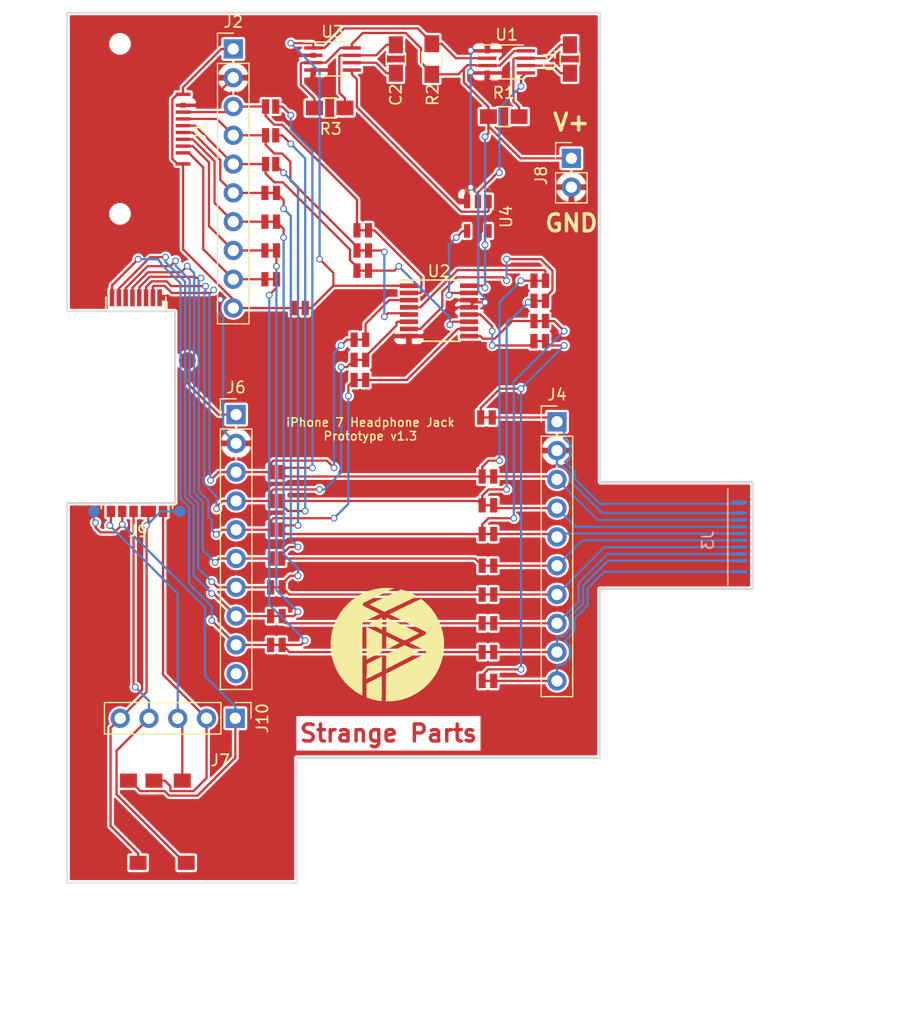
<source format=kicad_pcb>
(kicad_pcb (version 4) (host pcbnew 4.0.6)
  (title_block (rev v1.3))
  (layers (0 F.Cu signal) (31 B.Cu signal) (34 B.Paste user hide) (35 F.Paste user hide) (36 B.SilkS user) (37 F.SilkS user) (38 B.Mask user) (39 F.Mask user) (44 Edge.Cuts user))
  (net 0 "")
  (net 1 "Net-(C1-Pad1)")
  (net 2 "Net-(C1-Pad2)")
  (net 3 "Net-(J1-Pad1)")
  (net 4 GNDREF)
  (net 5 "Net-(J1-Pad6)")
  (net 6 "Net-(J1-Pad7)")
  (net 7 "Net-(J1-Pad8)")
  (net 8 "Net-(J1-Pad9)")
  (net 9 "Net-(J3-Pad10)")
  (net 10 "Net-(J3-Pad1)")
  (net 11 "Net-(J3-Pad3)")
  (net 12 "Net-(J3-Pad4)")
  (net 13 "Net-(J3-Pad5)")
  (net 14 "Net-(J3-Pad6)")
  (net 15 "Net-(J3-Pad7)")
  (net 16 "Net-(J3-Pad8)")
  (net 17 "Net-(J3-Pad9)")
  (net 18 "Net-(J5-Pad6)")
  (net 19 "Net-(J5-Pad7)")
  (net 20 "Net-(J5-Pad8)")
  (net 21 "Net-(J5-Pad9)")
  (net 22 "Net-(J5-Pad1)")
  (net 23 "Net-(JP8-Pad2)")
  (net 24 "Net-(JP11-Pad2)")
  (net 25 "Net-(JP13-Pad2)")
  (net 26 "Net-(JP14-Pad1)")
  (net 27 "Net-(JP16-Pad2)")
  (net 28 "Net-(JP17-Pad1)")
  (net 29 "Net-(JP19-Pad1)")
  (net 30 "Net-(JP21-Pad1)")
  (net 31 "Net-(JP23-Pad2)")
  (net 32 "Net-(JP25-Pad2)")
  (net 33 "Net-(JP27-Pad2)")
  (net 34 VCC)
  (net 35 "Net-(U1-Pad5)")
  (net 36 /JPIN2)
  (net 37 /JPIN3)
  (net 38 /JPIN4)
  (net 39 /HPIN2)
  (net 40 /HPIN3)
  (net 41 /HPIN4)
  (net 42 /PPIN2)
  (net 43 /PPIN3)
  (net 44 /PPIN4)
  (net 45 /PPIN5)
  (net 46 /PPIN6)
  (net 47 /PPIN7)
  (net 48 /PPIN8)
  (net 49 /PSHIELD)
  (net 50 "Net-(C2-Pad1)")
  (net 51 "Net-(C2-Pad2)")
  (net 52 "Net-(U2-Pad15)")
  (net 53 "Net-(U3-Pad5)")
  (net 54 "Net-(J10-Pad1)")
  (net 55 "Net-(J10-Pad2)")
  (net 56 "Net-(J10-Pad3)")
  (net 57 "Net-(J10-Pad4)")
  (net 58 "Net-(J10-Pad5)")
  (module Capacitors_SMD:C_0805_HandSoldering (layer F.Cu) (at 150.368 61.087 270)
    (fp_text reference C1 (at 0.127 1.778 270) (layer F.SilkS))
    (fp_text value 1uF)
    (pad 1 smd rect (at -1.25 0 270) (size 1.5 1.25) (layers F.Cu F.Paste F.Mask) (net 1 "Net-(C1-Pad1)"))
    (pad 2 smd rect (at 1.25 0 270) (size 1.5 1.25) (layers F.Cu F.Paste F.Mask) (net 2 "Net-(C1-Pad2)"))
  )
  (module Pin_Headers:Pin_Header_Straight_1x10_Pitch2.54mm (layer F.Cu) (at 120.65 60.198)
    (fp_text reference J2 (at 0 -2.39) (layer F.SilkS))
    (fp_text value CONN_01X10)
    (pad 1 thru_hole rect (at 0 0) (size 1.7 1.7) (drill 1) (layers *.Cu *.Mask) (net 3 "Net-(J1-Pad1)"))
    (pad 2 thru_hole oval (at 0 2.54) (size 1.7 1.7) (drill 1) (layers *.Cu *.Mask) (net 4 GNDREF))
    (pad 3 thru_hole oval (at 0 5.08) (size 1.7 1.7) (drill 1) (layers *.Cu *.Mask) (net 36 /JPIN2))
    (pad 4 thru_hole oval (at 0 7.62) (size 1.7 1.7) (drill 1) (layers *.Cu *.Mask) (net 37 /JPIN3))
    (pad 5 thru_hole oval (at 0 10.16) (size 1.7 1.7) (drill 1) (layers *.Cu *.Mask) (net 38 /JPIN4))
    (pad 6 thru_hole oval (at 0 12.7) (size 1.7 1.7) (drill 1) (layers *.Cu *.Mask) (net 5 "Net-(J1-Pad6)"))
    (pad 7 thru_hole oval (at 0 15.24) (size 1.7 1.7) (drill 1) (layers *.Cu *.Mask) (net 6 "Net-(J1-Pad7)"))
    (pad 8 thru_hole oval (at 0 17.78) (size 1.7 1.7) (drill 1) (layers *.Cu *.Mask) (net 7 "Net-(J1-Pad8)"))
    (pad 9 thru_hole oval (at 0 20.32) (size 1.7 1.7) (drill 1) (layers *.Cu *.Mask) (net 8 "Net-(J1-Pad9)"))
    (pad 10 thru_hole oval (at 0 22.86) (size 1.7 1.7) (drill 1) (layers *.Cu *.Mask) (net 3 "Net-(J1-Pad1)"))
  )
  (module Pin_Headers:Pin_Header_Straight_1x10_Pitch2.54mm (layer F.Cu) (at 149.225 93.091)
    (fp_text reference J4 (at 0 -2.39) (layer F.SilkS))
    (fp_text value CONN_01X10)
    (pad 1 thru_hole rect (at 0 0) (size 1.7 1.7) (drill 1) (layers *.Cu *.Mask) (net 10 "Net-(J3-Pad1)"))
    (pad 2 thru_hole oval (at 0 2.54) (size 1.7 1.7) (drill 1) (layers *.Cu *.Mask) (net 4 GNDREF))
    (pad 3 thru_hole oval (at 0 5.08) (size 1.7 1.7) (drill 1) (layers *.Cu *.Mask) (net 11 "Net-(J3-Pad3)"))
    (pad 4 thru_hole oval (at 0 7.62) (size 1.7 1.7) (drill 1) (layers *.Cu *.Mask) (net 12 "Net-(J3-Pad4)"))
    (pad 5 thru_hole oval (at 0 10.16) (size 1.7 1.7) (drill 1) (layers *.Cu *.Mask) (net 13 "Net-(J3-Pad5)"))
    (pad 6 thru_hole oval (at 0 12.7) (size 1.7 1.7) (drill 1) (layers *.Cu *.Mask) (net 14 "Net-(J3-Pad6)"))
    (pad 7 thru_hole oval (at 0 15.24) (size 1.7 1.7) (drill 1) (layers *.Cu *.Mask) (net 15 "Net-(J3-Pad7)"))
    (pad 8 thru_hole oval (at 0 17.78) (size 1.7 1.7) (drill 1) (layers *.Cu *.Mask) (net 16 "Net-(J3-Pad8)"))
    (pad 9 thru_hole oval (at 0 20.32) (size 1.7 1.7) (drill 1) (layers *.Cu *.Mask) (net 17 "Net-(J3-Pad9)"))
    (pad 10 thru_hole oval (at 0 22.86) (size 1.7 1.7) (drill 1) (layers *.Cu *.Mask) (net 9 "Net-(J3-Pad10)"))
  )
  (module Pin_Headers:Pin_Header_Straight_1x10_Pitch2.54mm (layer F.Cu) (at 120.904 92.456)
    (fp_text reference J6 (at 0 -2.39) (layer F.SilkS))
    (fp_text value CONN_01X10)
    (pad 1 thru_hole rect (at 0 0) (size 1.7 1.7) (drill 1) (layers *.Cu *.Mask) (net 22 "Net-(J5-Pad1)"))
    (pad 2 thru_hole oval (at 0 2.54) (size 1.7 1.7) (drill 1) (layers *.Cu *.Mask) (net 4 GNDREF))
    (pad 3 thru_hole oval (at 0 5.08) (size 1.7 1.7) (drill 1) (layers *.Cu *.Mask) (net 39 /HPIN2))
    (pad 4 thru_hole oval (at 0 7.62) (size 1.7 1.7) (drill 1) (layers *.Cu *.Mask) (net 40 /HPIN3))
    (pad 5 thru_hole oval (at 0 10.16) (size 1.7 1.7) (drill 1) (layers *.Cu *.Mask) (net 41 /HPIN4))
    (pad 6 thru_hole oval (at 0 12.7) (size 1.7 1.7) (drill 1) (layers *.Cu *.Mask) (net 18 "Net-(J5-Pad6)"))
    (pad 7 thru_hole oval (at 0 15.24) (size 1.7 1.7) (drill 1) (layers *.Cu *.Mask) (net 19 "Net-(J5-Pad7)"))
    (pad 8 thru_hole oval (at 0 17.78) (size 1.7 1.7) (drill 1) (layers *.Cu *.Mask) (net 20 "Net-(J5-Pad8)"))
    (pad 9 thru_hole oval (at 0 20.32) (size 1.7 1.7) (drill 1) (layers *.Cu *.Mask) (net 21 "Net-(J5-Pad9)"))
    (pad 10 thru_hole oval (at 0 22.86) (size 1.7 1.7) (drill 1) (layers *.Cu *.Mask))
  )
  (module SparkFun-Passives:PAD-JUMPER-2-NO_NO_SILK (layer F.Cu) (at 123.952 65.278)
    (fp_text reference JP1 hide)
    (fp_text value Jumper_NO_Small hide)
    (pad 1 smd rect (at -0.44958 0) (size 0.635 1.27) (layers F.Cu F.Paste F.Mask) (net 36 /JPIN2))
    (pad 2 smd rect (at 0.44958 0) (size 0.635 1.27) (layers F.Cu F.Paste F.Mask) (net 42 /PPIN2))
  )
  (module SparkFun-Passives:PAD-JUMPER-2-NO_NO_SILK (layer F.Cu) (at 123.952 67.818)
    (fp_text reference JP2 hide)
    (fp_text value Jumper_NO_Small hide)
    (pad 1 smd rect (at -0.44958 0) (size 0.635 1.27) (layers F.Cu F.Paste F.Mask) (net 37 /JPIN3))
    (pad 2 smd rect (at 0.44958 0) (size 0.635 1.27) (layers F.Cu F.Paste F.Mask) (net 43 /PPIN3))
  )
  (module SparkFun-Passives:PAD-JUMPER-2-NO_NO_SILK (layer F.Cu) (at 123.952 70.358)
    (fp_text reference JP3 hide)
    (fp_text value Jumper_NO_Small hide)
    (pad 1 smd rect (at -0.44958 0) (size 0.635 1.27) (layers F.Cu F.Paste F.Mask) (net 38 /JPIN4))
    (pad 2 smd rect (at 0.44958 0) (size 0.635 1.27) (layers F.Cu F.Paste F.Mask) (net 44 /PPIN4))
  )
  (module SparkFun-Passives:PAD-JUMPER-2-NC_BY_TRACE_NO_SILK (layer F.Cu) (at 123.952 72.898)
    (fp_text reference JP4 hide)
    (fp_text value Jumper_NC_Small hide)
    (fp_line (start -0.381 0) (end 0.381 0) (layer F.Cu) (width 0.2032))
    (pad 1 smd rect (at -0.508 0) (size 0.635 1.27) (layers F.Cu F.Paste F.Mask) (net 5 "Net-(J1-Pad6)"))
    (pad 2 smd rect (at 0.508 0) (size 0.635 1.27) (layers F.Cu F.Paste F.Mask) (net 45 /PPIN5))
  )
  (module SparkFun-Passives:PAD-JUMPER-2-NC_BY_TRACE_NO_SILK (layer F.Cu) (at 123.952 75.438)
    (fp_text reference JP5 hide)
    (fp_text value Jumper_NC_Small hide)
    (fp_line (start -0.381 0) (end 0.381 0) (layer F.Cu) (width 0.2032))
    (pad 1 smd rect (at -0.508 0) (size 0.635 1.27) (layers F.Cu F.Paste F.Mask) (net 6 "Net-(J1-Pad7)"))
    (pad 2 smd rect (at 0.508 0) (size 0.635 1.27) (layers F.Cu F.Paste F.Mask) (net 46 /PPIN6))
  )
  (module SparkFun-Passives:PAD-JUMPER-2-NC_BY_TRACE_NO_SILK (layer F.Cu) (at 123.952 77.978)
    (fp_text reference JP6 hide)
    (fp_text value Jumper_NC_Small hide)
    (fp_line (start -0.381 0) (end 0.381 0) (layer F.Cu) (width 0.2032))
    (pad 1 smd rect (at -0.508 0) (size 0.635 1.27) (layers F.Cu F.Paste F.Mask) (net 7 "Net-(J1-Pad8)"))
    (pad 2 smd rect (at 0.508 0) (size 0.635 1.27) (layers F.Cu F.Paste F.Mask) (net 47 /PPIN7))
  )
  (module SparkFun-Passives:PAD-JUMPER-2-NC_BY_TRACE_NO_SILK (layer F.Cu) (at 123.952 80.518)
    (fp_text reference JP7 hide)
    (fp_text value Jumper_NC_Small hide)
    (fp_line (start -0.381 0) (end 0.381 0) (layer F.Cu) (width 0.2032))
    (pad 1 smd rect (at -0.508 0) (size 0.635 1.27) (layers F.Cu F.Paste F.Mask) (net 8 "Net-(J1-Pad9)"))
    (pad 2 smd rect (at 0.508 0) (size 0.635 1.27) (layers F.Cu F.Paste F.Mask) (net 48 /PPIN8))
  )
  (module SparkFun-Passives:PAD-JUMPER-2-NC_BY_TRACE_NO_SILK (layer F.Cu) (at 126.492 83.058)
    (fp_text reference JP8 hide)
    (fp_text value Jumper_NC_Small hide)
    (fp_line (start -0.381 0) (end 0.381 0) (layer F.Cu) (width 0.2032))
    (pad 1 smd rect (at -0.508 0) (size 0.635 1.27) (layers F.Cu F.Paste F.Mask) (net 3 "Net-(J1-Pad1)"))
    (pad 2 smd rect (at 0.508 0) (size 0.635 1.27) (layers F.Cu F.Paste F.Mask) (net 23 "Net-(JP8-Pad2)"))
  )
  (module SparkFun-Passives:PAD-JUMPER-2-NC_BY_TRACE_NO_SILK (layer F.Cu) (at 143.002 92.71 180)
    (fp_text reference JP9 hide)
    (fp_text value Jumper_NC_Small hide)
    (fp_line (start -0.381 0) (end 0.381 0) (layer F.Cu) (width 0.2032))
    (pad 1 smd rect (at -0.508 0 180) (size 0.635 1.27) (layers F.Cu F.Paste F.Mask) (net 10 "Net-(J3-Pad1)"))
    (pad 2 smd rect (at 0.508 0 180) (size 0.635 1.27) (layers F.Cu F.Paste F.Mask) (net 49 /PSHIELD))
  )
  (module SparkFun-Passives:PAD-JUMPER-2-NC_BY_TRACE_NO_SILK (layer F.Cu) (at 143.129 97.917 180)
    (fp_text reference JP10 hide)
    (fp_text value Jumper_NC_Small hide)
    (fp_line (start -0.381 0) (end 0.381 0) (layer F.Cu) (width 0.2032))
    (pad 1 smd rect (at -0.508 0 180) (size 0.635 1.27) (layers F.Cu F.Paste F.Mask) (net 11 "Net-(J3-Pad3)"))
    (pad 2 smd rect (at 0.508 0 180) (size 0.635 1.27) (layers F.Cu F.Paste F.Mask) (net 42 /PPIN2))
  )
  (module SparkFun-Passives:PAD-JUMPER-2-NC_BY_TRACE_NO_SILK (layer F.Cu) (at 132.08 76.2)
    (fp_text reference JP11 hide)
    (fp_text value Jumper_NC_Small hide)
    (fp_line (start -0.381 0) (end 0.381 0) (layer F.Cu) (width 0.2032))
    (pad 1 smd rect (at -0.508 0) (size 0.635 1.27) (layers F.Cu F.Paste F.Mask) (net 36 /JPIN2))
    (pad 2 smd rect (at 0.508 0) (size 0.635 1.27) (layers F.Cu F.Paste F.Mask) (net 24 "Net-(JP11-Pad2)"))
  )
  (module SparkFun-Passives:PAD-JUMPER-2-NC_BY_TRACE_NO_SILK (layer F.Cu) (at 143.129 100.457 180)
    (fp_text reference JP12 hide)
    (fp_text value Jumper_NC_Small hide)
    (fp_line (start -0.381 0) (end 0.381 0) (layer F.Cu) (width 0.2032))
    (pad 1 smd rect (at -0.508 0 180) (size 0.635 1.27) (layers F.Cu F.Paste F.Mask) (net 12 "Net-(J3-Pad4)"))
    (pad 2 smd rect (at 0.508 0 180) (size 0.635 1.27) (layers F.Cu F.Paste F.Mask) (net 43 /PPIN3))
  )
  (module SparkFun-Passives:PAD-JUMPER-2-NC_BY_TRACE_NO_SILK (layer F.Cu) (at 132.08 77.978)
    (fp_text reference JP13 hide)
    (fp_text value Jumper_NC_Small hide)
    (fp_line (start -0.381 0) (end 0.381 0) (layer F.Cu) (width 0.2032))
    (pad 1 smd rect (at -0.508 0) (size 0.635 1.27) (layers F.Cu F.Paste F.Mask) (net 37 /JPIN3))
    (pad 2 smd rect (at 0.508 0) (size 0.635 1.27) (layers F.Cu F.Paste F.Mask) (net 25 "Net-(JP13-Pad2)"))
  )
  (module SparkFun-Passives:PAD-JUMPER-2-NC_BY_TRACE_NO_SILK (layer F.Cu) (at 147.701 80.645 180)
    (fp_text reference JP14 hide)
    (fp_text value Jumper_NC_Small hide)
    (fp_line (start -0.381 0) (end 0.381 0) (layer F.Cu) (width 0.2032))
    (pad 1 smd rect (at -0.508 0 180) (size 0.635 1.27) (layers F.Cu F.Paste F.Mask) (net 26 "Net-(JP14-Pad1)"))
    (pad 2 smd rect (at 0.508 0 180) (size 0.635 1.27) (layers F.Cu F.Paste F.Mask) (net 42 /PPIN2))
  )
  (module SparkFun-Passives:PAD-JUMPER-2-NC_BY_TRACE_NO_SILK (layer F.Cu) (at 143.129 102.997 180)
    (fp_text reference JP15 hide)
    (fp_text value Jumper_NC_Small hide)
    (fp_line (start -0.381 0) (end 0.381 0) (layer F.Cu) (width 0.2032))
    (pad 1 smd rect (at -0.508 0 180) (size 0.635 1.27) (layers F.Cu F.Paste F.Mask) (net 13 "Net-(J3-Pad5)"))
    (pad 2 smd rect (at 0.508 0 180) (size 0.635 1.27) (layers F.Cu F.Paste F.Mask) (net 44 /PPIN4))
  )
  (module SparkFun-Passives:PAD-JUMPER-2-NC_BY_TRACE_NO_SILK (layer F.Cu) (at 132.08 79.756)
    (fp_text reference JP16 hide)
    (fp_text value Jumper_NC_Small hide)
    (fp_line (start -0.381 0) (end 0.381 0) (layer F.Cu) (width 0.2032))
    (pad 1 smd rect (at -0.508 0) (size 0.635 1.27) (layers F.Cu F.Paste F.Mask) (net 38 /JPIN4))
    (pad 2 smd rect (at 0.508 0) (size 0.635 1.27) (layers F.Cu F.Paste F.Mask) (net 27 "Net-(JP16-Pad2)"))
  )
  (module SparkFun-Passives:PAD-JUMPER-2-NC_BY_TRACE_NO_SILK (layer F.Cu) (at 147.701 82.423 180)
    (fp_text reference JP17 hide)
    (fp_text value Jumper_NC_Small hide)
    (fp_line (start -0.381 0) (end 0.381 0) (layer F.Cu) (width 0.2032))
    (pad 1 smd rect (at -0.508 0 180) (size 0.635 1.27) (layers F.Cu F.Paste F.Mask) (net 28 "Net-(JP17-Pad1)"))
    (pad 2 smd rect (at 0.508 0 180) (size 0.635 1.27) (layers F.Cu F.Paste F.Mask) (net 43 /PPIN3))
  )
  (module SparkFun-Passives:PAD-JUMPER-2-NC_BY_TRACE_NO_SILK (layer F.Cu) (at 143.129 105.791 180)
    (fp_text reference JP18 hide)
    (fp_text value Jumper_NC_Small hide)
    (fp_line (start -0.381 0) (end 0.381 0) (layer F.Cu) (width 0.2032))
    (pad 1 smd rect (at -0.508 0 180) (size 0.635 1.27) (layers F.Cu F.Paste F.Mask) (net 14 "Net-(J3-Pad6)"))
    (pad 2 smd rect (at 0.508 0 180) (size 0.635 1.27) (layers F.Cu F.Paste F.Mask) (net 45 /PPIN5))
  )
  (module SparkFun-Passives:PAD-JUMPER-2-NC_BY_TRACE_NO_SILK (layer F.Cu) (at 147.701 84.201)
    (fp_text reference JP19 hide)
    (fp_text value Jumper_NC_Small hide)
    (fp_line (start -0.381 0) (end 0.381 0) (layer F.Cu) (width 0.2032))
    (pad 1 smd rect (at -0.508 0) (size 0.635 1.27) (layers F.Cu F.Paste F.Mask) (net 29 "Net-(JP19-Pad1)"))
    (pad 2 smd rect (at 0.508 0) (size 0.635 1.27) (layers F.Cu F.Paste F.Mask) (net 44 /PPIN4))
  )
  (module SparkFun-Passives:PAD-JUMPER-2-NC_BY_TRACE_NO_SILK (layer F.Cu) (at 143.129 108.331 180)
    (fp_text reference JP20 hide)
    (fp_text value Jumper_NC_Small hide)
    (fp_line (start -0.381 0) (end 0.381 0) (layer F.Cu) (width 0.2032))
    (pad 1 smd rect (at -0.508 0 180) (size 0.635 1.27) (layers F.Cu F.Paste F.Mask) (net 15 "Net-(J3-Pad7)"))
    (pad 2 smd rect (at 0.508 0 180) (size 0.635 1.27) (layers F.Cu F.Paste F.Mask) (net 46 /PPIN6))
  )
  (module SparkFun-Passives:PAD-JUMPER-2-NC_BY_TRACE_NO_SILK (layer F.Cu) (at 147.701 85.979)
    (fp_text reference JP21 hide)
    (fp_text value Jumper_NC_Small hide)
    (fp_line (start -0.381 0) (end 0.381 0) (layer F.Cu) (width 0.2032))
    (pad 1 smd rect (at -0.508 0) (size 0.635 1.27) (layers F.Cu F.Paste F.Mask) (net 30 "Net-(JP21-Pad1)"))
    (pad 2 smd rect (at 0.508 0) (size 0.635 1.27) (layers F.Cu F.Paste F.Mask) (net 49 /PSHIELD))
  )
  (module SparkFun-Passives:PAD-JUMPER-2-NC_BY_TRACE_NO_SILK (layer F.Cu) (at 143.129 110.871 180)
    (fp_text reference JP22 hide)
    (fp_text value Jumper_NC_Small hide)
    (fp_line (start -0.381 0) (end 0.381 0) (layer F.Cu) (width 0.2032))
    (pad 1 smd rect (at -0.508 0 180) (size 0.635 1.27) (layers F.Cu F.Paste F.Mask) (net 16 "Net-(J3-Pad8)"))
    (pad 2 smd rect (at 0.508 0 180) (size 0.635 1.27) (layers F.Cu F.Paste F.Mask) (net 47 /PPIN7))
  )
  (module SparkFun-Passives:PAD-JUMPER-2-NC_BY_TRACE_NO_SILK (layer F.Cu) (at 131.826 85.852)
    (fp_text reference JP23 hide)
    (fp_text value Jumper_NC_Small hide)
    (fp_line (start -0.381 0) (end 0.381 0) (layer F.Cu) (width 0.2032))
    (pad 1 smd rect (at -0.508 0) (size 0.635 1.27) (layers F.Cu F.Paste F.Mask) (net 39 /HPIN2))
    (pad 2 smd rect (at 0.508 0) (size 0.635 1.27) (layers F.Cu F.Paste F.Mask) (net 31 "Net-(JP23-Pad2)"))
  )
  (module SparkFun-Passives:PAD-JUMPER-2-NC_BY_TRACE_NO_SILK (layer F.Cu) (at 143.129 113.411 180)
    (fp_text reference JP24 hide)
    (fp_text value Jumper_NC_Small hide)
    (fp_line (start -0.381 0) (end 0.381 0) (layer F.Cu) (width 0.2032))
    (pad 1 smd rect (at -0.508 0 180) (size 0.635 1.27) (layers F.Cu F.Paste F.Mask) (net 17 "Net-(J3-Pad9)"))
    (pad 2 smd rect (at 0.508 0 180) (size 0.635 1.27) (layers F.Cu F.Paste F.Mask) (net 48 /PPIN8))
  )
  (module SparkFun-Passives:PAD-JUMPER-2-NC_BY_TRACE_NO_SILK (layer F.Cu) (at 131.826 87.63)
    (fp_text reference JP25 hide)
    (fp_text value Jumper_NC_Small hide)
    (fp_line (start -0.381 0) (end 0.381 0) (layer F.Cu) (width 0.2032))
    (pad 1 smd rect (at -0.508 0) (size 0.635 1.27) (layers F.Cu F.Paste F.Mask) (net 40 /HPIN3))
    (pad 2 smd rect (at 0.508 0) (size 0.635 1.27) (layers F.Cu F.Paste F.Mask) (net 32 "Net-(JP25-Pad2)"))
  )
  (module SparkFun-Passives:PAD-JUMPER-2-NC_BY_TRACE_NO_SILK (layer F.Cu) (at 143.129 115.951 180)
    (fp_text reference JP26 hide)
    (fp_text value Jumper_NC_Small hide)
    (fp_line (start -0.381 0) (end 0.381 0) (layer F.Cu) (width 0.2032))
    (pad 1 smd rect (at -0.508 0 180) (size 0.635 1.27) (layers F.Cu F.Paste F.Mask) (net 9 "Net-(J3-Pad10)"))
    (pad 2 smd rect (at 0.508 0 180) (size 0.635 1.27) (layers F.Cu F.Paste F.Mask) (net 49 /PSHIELD))
  )
  (module SparkFun-Passives:PAD-JUMPER-2-NC_BY_TRACE_NO_SILK (layer F.Cu) (at 131.826 89.408)
    (fp_text reference JP27 hide)
    (fp_text value Jumper_NC_Small hide)
    (fp_line (start -0.381 0) (end 0.381 0) (layer F.Cu) (width 0.2032))
    (pad 1 smd rect (at -0.508 0) (size 0.635 1.27) (layers F.Cu F.Paste F.Mask) (net 41 /HPIN4))
    (pad 2 smd rect (at 0.508 0) (size 0.635 1.27) (layers F.Cu F.Paste F.Mask) (net 33 "Net-(JP27-Pad2)"))
  )
  (module SparkFun-Passives:PAD-JUMPER-2-NO_NO_SILK (layer F.Cu) (at 124.46 97.536)
    (fp_text reference JP28 hide)
    (fp_text value Jumper_NO_Small hide)
    (pad 1 smd rect (at -0.44958 0) (size 0.635 1.27) (layers F.Cu F.Paste F.Mask) (net 39 /HPIN2))
    (pad 2 smd rect (at 0.44958 0) (size 0.635 1.27) (layers F.Cu F.Paste F.Mask) (net 42 /PPIN2))
  )
  (module SparkFun-Passives:PAD-JUMPER-2-NO_NO_SILK (layer F.Cu) (at 124.46 100.076)
    (fp_text reference JP29 hide)
    (fp_text value Jumper_NO_Small hide)
    (pad 1 smd rect (at -0.44958 0) (size 0.635 1.27) (layers F.Cu F.Paste F.Mask) (net 40 /HPIN3))
    (pad 2 smd rect (at 0.44958 0) (size 0.635 1.27) (layers F.Cu F.Paste F.Mask) (net 43 /PPIN3))
  )
  (module SparkFun-Passives:PAD-JUMPER-2-NO_NO_SILK (layer F.Cu) (at 124.46 102.616)
    (fp_text reference JP30 hide)
    (fp_text value Jumper_NO_Small hide)
    (pad 1 smd rect (at -0.44958 0) (size 0.635 1.27) (layers F.Cu F.Paste F.Mask) (net 41 /HPIN4))
    (pad 2 smd rect (at 0.44958 0) (size 0.635 1.27) (layers F.Cu F.Paste F.Mask) (net 44 /PPIN4))
  )
  (module SparkFun-Passives:PAD-JUMPER-2-NO_NO_SILK (layer F.Cu) (at 124.46 105.156)
    (fp_text reference JP31 hide)
    (fp_text value Jumper_NO_Small hide)
    (pad 1 smd rect (at -0.44958 0) (size 0.635 1.27) (layers F.Cu F.Paste F.Mask) (net 18 "Net-(J5-Pad6)"))
    (pad 2 smd rect (at 0.44958 0) (size 0.635 1.27) (layers F.Cu F.Paste F.Mask) (net 45 /PPIN5))
  )
  (module SparkFun-Passives:PAD-JUMPER-2-NC_BY_TRACE_NO_SILK (layer F.Cu) (at 124.46 107.696)
    (fp_text reference JP32 hide)
    (fp_text value Jumper_NC_Small hide)
    (fp_line (start -0.381 0) (end 0.381 0) (layer F.Cu) (width 0.2032))
    (pad 1 smd rect (at -0.508 0) (size 0.635 1.27) (layers F.Cu F.Paste F.Mask) (net 19 "Net-(J5-Pad7)"))
    (pad 2 smd rect (at 0.508 0) (size 0.635 1.27) (layers F.Cu F.Paste F.Mask) (net 46 /PPIN6))
  )
  (module SparkFun-Passives:PAD-JUMPER-2-NC_BY_TRACE_NO_SILK (layer F.Cu) (at 124.46 110.236)
    (fp_text reference JP33 hide)
    (fp_text value Jumper_NC_Small hide)
    (fp_line (start -0.381 0) (end 0.381 0) (layer F.Cu) (width 0.2032))
    (pad 1 smd rect (at -0.508 0) (size 0.635 1.27) (layers F.Cu F.Paste F.Mask) (net 20 "Net-(J5-Pad8)"))
    (pad 2 smd rect (at 0.508 0) (size 0.635 1.27) (layers F.Cu F.Paste F.Mask) (net 47 /PPIN7))
  )
  (module SparkFun-Passives:PAD-JUMPER-2-NC_BY_TRACE_NO_SILK (layer F.Cu) (at 124.46 112.776)
    (fp_text reference JP34 hide)
    (fp_text value Jumper_NC_Small hide)
    (fp_line (start -0.381 0) (end 0.381 0) (layer F.Cu) (width 0.2032))
    (pad 1 smd rect (at -0.508 0) (size 0.635 1.27) (layers F.Cu F.Paste F.Mask) (net 21 "Net-(J5-Pad9)"))
    (pad 2 smd rect (at 0.508 0) (size 0.635 1.27) (layers F.Cu F.Paste F.Mask) (net 48 /PPIN8))
  )
  (module Resistors_SMD:R_0805_HandSoldering (layer F.Cu) (at 144.526 66.167)
    (fp_text reference R1 (at 0 -2.1) (layer F.SilkS))
    (fp_text value 100K)
    (pad 1 smd rect (at -1.35 0) (size 1.5 1.3) (layers F.Cu F.Paste F.Mask) (net 34 VCC))
    (pad 2 smd rect (at 1.35 0) (size 1.5 1.3) (layers F.Cu F.Paste F.Mask) (net 1 "Net-(C1-Pad1)"))
  )
  (module Resistors_SMD:R_0805_HandSoldering (layer F.Cu) (at 138.176 61.087 90)
    (fp_text reference R2 (at -3.163 0.074 90) (layer F.SilkS))
    (fp_text value 1M)
    (pad 1 smd rect (at -1.35 0 90) (size 1.5 1.3) (layers F.Cu F.Paste F.Mask) (net 34 VCC))
    (pad 2 smd rect (at 1.35 0 90) (size 1.5 1.3) (layers F.Cu F.Paste F.Mask) (net 23 "Net-(JP8-Pad2)"))
  )
  (module Housings_SSOP:SSOP-8_2.95x2.8mm_Pitch0.65mm (layer F.Cu) (at 144.78 61.341)
    (fp_text reference U1 (at 0 -2.4) (layer F.SilkS))
    (fp_text value SN74LVC1G123)
    (pad 1 smd rect (at -1.7 -0.975 270) (size 0.3 1.6) (layers F.Cu F.Paste F.Mask) (net 4 GNDREF))
    (pad 2 smd rect (at -1.7 -0.325 270) (size 0.3 1.6) (layers F.Cu F.Paste F.Mask) (net 23 "Net-(JP8-Pad2)"))
    (pad 3 smd rect (at -1.7 0.325 270) (size 0.3 1.6) (layers F.Cu F.Paste F.Mask) (net 34 VCC))
    (pad 4 smd rect (at -1.7 0.975 270) (size 0.3 1.6) (layers F.Cu F.Paste F.Mask) (net 4 GNDREF))
    (pad 5 smd rect (at 1.7 0.975 270) (size 0.3 1.6) (layers F.Cu F.Paste F.Mask) (net 35 "Net-(U1-Pad5)"))
    (pad 6 smd rect (at 1.7 0.325 270) (size 0.3 1.6) (layers F.Cu F.Paste F.Mask) (net 2 "Net-(C1-Pad2)"))
    (pad 7 smd rect (at 1.7 -0.325 270) (size 0.3 1.6) (layers F.Cu F.Paste F.Mask) (net 1 "Net-(C1-Pad1)"))
    (pad 8 smd rect (at 1.7 -0.975 270) (size 0.3 1.6) (layers F.Cu F.Paste F.Mask) (net 34 VCC))
  )
  (module Housings_SSOP:QSOP-16_3.9x4.9mm_Pitch0.635mm (layer F.Cu) (at 138.811 83.312)
    (fp_text reference U2 (at 0 -3.5) (layer F.SilkS))
    (fp_text value ADG774A)
    (pad 1 smd rect (at -2.6543 -2.2225) (size 1.6 0.41) (layers F.Cu F.Paste F.Mask) (net 23 "Net-(JP8-Pad2)"))
    (pad 2 smd rect (at -2.6543 -1.5875) (size 1.6 0.41) (layers F.Cu F.Paste F.Mask) (net 24 "Net-(JP11-Pad2)"))
    (pad 3 smd rect (at -2.6543 -0.9525) (size 1.6 0.41) (layers F.Cu F.Paste F.Mask) (net 31 "Net-(JP23-Pad2)"))
    (pad 4 smd rect (at -2.6543 -0.3175) (size 1.6 0.41) (layers F.Cu F.Paste F.Mask) (net 26 "Net-(JP14-Pad1)"))
    (pad 5 smd rect (at -2.6543 0.3175) (size 1.6 0.41) (layers F.Cu F.Paste F.Mask) (net 25 "Net-(JP13-Pad2)"))
    (pad 6 smd rect (at -2.6543 0.9525) (size 1.6 0.41) (layers F.Cu F.Paste F.Mask) (net 32 "Net-(JP25-Pad2)"))
    (pad 7 smd rect (at -2.6543 1.5875) (size 1.6 0.41) (layers F.Cu F.Paste F.Mask) (net 28 "Net-(JP17-Pad1)"))
    (pad 8 smd rect (at -2.6543 2.2225) (size 1.6 0.41) (layers F.Cu F.Paste F.Mask) (net 4 GNDREF))
    (pad 9 smd rect (at 2.6543 2.2225) (size 1.6 0.41) (layers F.Cu F.Paste F.Mask) (net 29 "Net-(JP19-Pad1)"))
    (pad 10 smd rect (at 2.6543 1.5875) (size 1.6 0.41) (layers F.Cu F.Paste F.Mask) (net 33 "Net-(JP27-Pad2)"))
    (pad 11 smd rect (at 2.6543 0.9525) (size 1.6 0.41) (layers F.Cu F.Paste F.Mask) (net 27 "Net-(JP16-Pad2)"))
    (pad 12 smd rect (at 2.6543 0.3175) (size 1.6 0.41) (layers F.Cu F.Paste F.Mask) (net 30 "Net-(JP21-Pad1)"))
    (pad 13 smd rect (at 2.6543 -0.3175) (size 1.6 0.41) (layers F.Cu F.Paste F.Mask) (net 4 GNDREF))
    (pad 14 smd rect (at 2.6543 -0.9525) (size 1.6 0.41) (layers F.Cu F.Paste F.Mask) (net 4 GNDREF))
    (pad 15 smd rect (at 2.6543 -1.5875) (size 1.6 0.41) (layers F.Cu F.Paste F.Mask) (net 52 "Net-(U2-Pad15)"))
    (pad 16 smd rect (at 2.6543 -2.2225) (size 1.6 0.41) (layers F.Cu F.Paste F.Mask) (net 34 VCC))
  )
  (module Capacitors_SMD:C_0805_HandSoldering (layer F.Cu) (at 135.001 61.087 270)
    (fp_text reference C2 (at 3.163 0.001 270) (layer F.SilkS))
    (fp_text value 1uF)
    (pad 1 smd rect (at -1.25 0 270) (size 1.5 1.25) (layers F.Cu F.Paste F.Mask) (net 50 "Net-(C2-Pad1)"))
    (pad 2 smd rect (at 1.25 0 270) (size 1.5 1.25) (layers F.Cu F.Paste F.Mask) (net 51 "Net-(C2-Pad2)"))
  )
  (module Resistors_SMD:R_0805_HandSoldering (layer F.Cu) (at 129.159 65.405)
    (fp_text reference R3 (at 0.091 1.845) (layer F.SilkS))
    (fp_text value 100K)
    (pad 1 smd rect (at -1.35 0) (size 1.5 1.3) (layers F.Cu F.Paste F.Mask) (net 34 VCC))
    (pad 2 smd rect (at 1.35 0) (size 1.5 1.3) (layers F.Cu F.Paste F.Mask) (net 50 "Net-(C2-Pad1)"))
  )
  (module Housings_SSOP:SSOP-8_2.95x2.8mm_Pitch0.65mm (layer F.Cu) (at 129.413 61.087)
    (fp_text reference U3 (at 0 -2.4) (layer F.SilkS))
    (fp_text value SN74LVC1G123)
    (pad 1 smd rect (at -1.7 -0.975 270) (size 0.3 1.6) (layers F.Cu F.Paste F.Mask) (net 23 "Net-(JP8-Pad2)"))
    (pad 2 smd rect (at -1.7 -0.325 270) (size 0.3 1.6) (layers F.Cu F.Paste F.Mask) (net 4 GNDREF))
    (pad 3 smd rect (at -1.7 0.325 270) (size 0.3 1.6) (layers F.Cu F.Paste F.Mask) (net 34 VCC))
    (pad 4 smd rect (at -1.7 0.975 270) (size 0.3 1.6) (layers F.Cu F.Paste F.Mask) (net 4 GNDREF))
    (pad 5 smd rect (at 1.7 0.975 270) (size 0.3 1.6) (layers F.Cu F.Paste F.Mask) (net 53 "Net-(U3-Pad5)"))
    (pad 6 smd rect (at 1.7 0.325 270) (size 0.3 1.6) (layers F.Cu F.Paste F.Mask) (net 51 "Net-(C2-Pad2)"))
    (pad 7 smd rect (at 1.7 -0.325 270) (size 0.3 1.6) (layers F.Cu F.Paste F.Mask) (net 50 "Net-(C2-Pad1)"))
    (pad 8 smd rect (at 1.7 -0.975 270) (size 0.3 1.6) (layers F.Cu F.Paste F.Mask) (net 34 VCC))
  )
  (module SparkFun-AnalogIC:SOT23-5 (layer F.Cu) (at 142.24 74.95794 180)
    (fp_text reference U4 (at -2.51 -0.04206 270) (layer F.SilkS))
    (fp_text value NC7S32 (at 0 2.25 180) (layer F.SilkS) (effects (font (size 0.4064 0.4064) (thickness 0.0254))))
    (pad 1 smd rect (at -0.94996 1.29794 180) (size 0.54864 1.19888) (layers F.Cu F.Paste F.Mask) (net 53 "Net-(U3-Pad5)"))
    (pad 2 smd rect (at 0 1.29794 180) (size 0.54864 1.19888) (layers F.Cu F.Paste F.Mask) (net 35 "Net-(U1-Pad5)"))
    (pad 3 smd rect (at 0.94996 1.29794 180) (size 0.54864 1.19888) (layers F.Cu F.Paste F.Mask) (net 4 GNDREF))
    (pad 4 smd rect (at 0.94996 -1.29794 180) (size 0.54864 1.19888) (layers F.Cu F.Paste F.Mask) (net 52 "Net-(U2-Pad15)"))
    (pad 5 smd rect (at -0.94996 -1.29794 180) (size 0.54864 1.19888) (layers F.Cu F.Paste F.Mask) (net 34 VCC))
  )
  (module iphone_6s_headphone_jack:IPHONE_6S_HEADPHONE_JACK (layer F.Cu) (at 121.15 132.875 180)
    (fp_text reference J7 (at 1.651 9.906 360) (layer F.SilkS))
    (fp_text value IPHONE_HEADPHONE_JACK)
    (pad 5 smd rect (at 8.9 0.875) (size 1.5 1.25) (layers F.Cu F.Paste F.Mask) (net 58 "Net-(J10-Pad5)"))
    (pad 4 smd rect (at 4.65 0.875) (size 1.5 1.25) (layers F.Cu F.Paste F.Mask) (net 57 "Net-(J10-Pad4)"))
    (pad 1 smd rect (at 9.75 8.125) (size 1.5 1.25) (layers F.Cu F.Paste F.Mask) (net 54 "Net-(J10-Pad1)"))
    (pad 2 smd rect (at 7.5 8.125) (size 1.5 1.25) (layers F.Cu F.Paste F.Mask) (net 55 "Net-(J10-Pad2)"))
    (pad 3 smd rect (at 5 8.125) (size 1.5 1.25) (layers F.Cu F.Paste F.Mask) (net 56 "Net-(J10-Pad3)"))
  )
  (module Pin_Headers:Pin_Header_Straight_1x02_Pitch2.54mm (layer F.Cu) (at 150.495 69.85)
    (fp_text reference J8 (at -2.667 1.524 90) (layer F.SilkS))
    (fp_text value CONN_01X02)
    (pad 1 thru_hole rect (at 0 0) (size 1.7 1.7) (drill 1) (layers *.Cu *.Mask) (net 34 VCC))
    (pad 2 thru_hole oval (at 0 2.54) (size 1.7 1.7) (drill 1) (layers *.Cu *.Mask) (net 4 GNDREF))
  )
  (module Pin_Headers:Pin_Header_Straight_1x05_Pitch2.54mm (layer F.Cu) (at 120.83 119.25 270)
    (fp_text reference J10 (at 0 -2.39 270) (layer F.SilkS))
    (fp_text value CONN_01X05)
    (pad 1 thru_hole rect (at 0 0 270) (size 1.7 1.7) (drill 1) (layers *.Cu *.Mask) (net 54 "Net-(J10-Pad1)"))
    (pad 2 thru_hole oval (at 0 2.54 270) (size 1.7 1.7) (drill 1) (layers *.Cu *.Mask) (net 55 "Net-(J10-Pad2)"))
    (pad 3 thru_hole oval (at 0 5.08 270) (size 1.7 1.7) (drill 1) (layers *.Cu *.Mask) (net 56 "Net-(J10-Pad3)"))
    (pad 4 thru_hole oval (at 0 7.62 270) (size 1.7 1.7) (drill 1) (layers *.Cu *.Mask) (net 57 "Net-(J10-Pad4)"))
    (pad 5 thru_hole oval (at 0 10.16 270) (size 1.7 1.7) (drill 1) (layers *.Cu *.Mask) (net 58 "Net-(J10-Pad5)"))
  )
  (module lightning_jack:LIGHTNING_JACK (layer F.Cu) (at 112.5 67.25 270)
    (fp_text reference J1 (at 0.25 -5.25 270) (layer F.SilkS))
    (fp_text value LIGHTING_JACK)
    (pad "" np_thru_hole circle (at 7.5 1.85 270) (size 1.5 1.5) (drill 1.5) (layers F.Cu))
    (pad 10 smd rect (at 3.09 -3.72 270) (size 0.3 1.3) (layers F.Cu F.Paste F.Mask) (net 3 "Net-(J1-Pad1)"))
    (pad 1 smd rect (at -3.05 -3.72 270) (size 0.3 1.3) (layers F.Cu F.Paste F.Mask) (net 3 "Net-(J1-Pad1)"))
    (pad 2 smd rect (at -2.08 -3.72 270) (size 0.3 1.3) (layers F.Cu F.Paste F.Mask) (net 4 GNDREF))
    (pad 3 smd rect (at -1.48 -3.72 270) (size 0.3 1.3) (layers F.Cu F.Paste F.Mask) (net 36 /JPIN2))
    (pad 4 smd rect (at -0.88 -3.72 270) (size 0.3 1.3) (layers F.Cu F.Paste F.Mask) (net 37 /JPIN3))
    (pad 5 smd rect (at -0.28 -3.72 270) (size 0.3 1.3) (layers F.Cu F.Paste F.Mask) (net 38 /JPIN4))
    (pad 6 smd rect (at 0.32 -3.72 270) (size 0.3 1.3) (layers F.Cu F.Paste F.Mask) (net 5 "Net-(J1-Pad6)"))
    (pad 7 smd rect (at 0.92 -3.72 270) (size 0.3 1.3) (layers F.Cu F.Paste F.Mask) (net 6 "Net-(J1-Pad7)"))
    (pad 8 smd rect (at 1.52 -3.72 270) (size 0.3 1.3) (layers F.Cu F.Paste F.Mask) (net 7 "Net-(J1-Pad8)"))
    (pad 9 smd rect (at 2.12 -3.72 270) (size 0.3 1.3) (layers F.Cu F.Paste F.Mask) (net 8 "Net-(J1-Pad9)"))
    (pad "" np_thru_hole circle (at -7.5 1.85 270) (size 1.5 1.5) (drill 1.5) (layers F.Cu))
  )
  (module lightning_flex_pads:LIGHTNING_FLEX_PADS (layer B.Cu) (at 162.05 103.25 270)
    (fp_text reference J3 (at 0.3 -0.5 270) (layer B.SilkS) (effects (justify mirror)))
    (fp_text value BOTTOM_FLEX_LIGHTNING)
    (pad 10 smd rect (at 3.07 -3.28 270) (size 0.3 1.3) (layers B.Cu B.Paste B.Mask) (net 9 "Net-(J3-Pad10)"))
    (pad 1 smd rect (at -3.07 -3.28 270) (size 0.3 1.3) (layers B.Cu B.Paste B.Mask) (net 10 "Net-(J3-Pad1)"))
    (pad 2 smd rect (at -2.1 -3.28 270) (size 0.3 1.3) (layers B.Cu B.Paste B.Mask) (net 4 GNDREF))
    (pad 3 smd rect (at -1.5 -3.28 270) (size 0.3 1.3) (layers B.Cu B.Paste B.Mask) (net 11 "Net-(J3-Pad3)"))
    (pad 4 smd rect (at -0.9 -3.28 270) (size 0.3 1.3) (layers B.Cu B.Paste B.Mask) (net 12 "Net-(J3-Pad4)"))
    (pad 5 smd rect (at -0.3 -3.28 270) (size 0.3 1.3) (layers B.Cu B.Paste B.Mask) (net 13 "Net-(J3-Pad5)"))
    (pad 6 smd rect (at 0.3 -3.28 270) (size 0.3 1.3) (layers B.Cu B.Paste B.Mask) (net 14 "Net-(J3-Pad6)"))
    (pad 7 smd rect (at 0.9 -3.28 270) (size 0.3 1.3) (layers B.Cu B.Paste B.Mask) (net 15 "Net-(J3-Pad7)"))
    (pad 8 smd rect (at 1.5 -3.28 270) (size 0.3 1.3) (layers B.Cu B.Paste B.Mask) (net 16 "Net-(J3-Pad8)"))
    (pad 9 smd rect (at 2.1 -3.28 270) (size 0.3 1.3) (layers B.Cu B.Paste B.Mask) (net 17 "Net-(J3-Pad9)"))
  )
  (module lightning_headphone_adapter:LIGHTNING_HEADPHONE_ADAPTER_HANDWIRE (layer F.Cu) (at 109.1 83.35)
    (fp_text reference J9 (at 3.15 19.4) (layer F.SilkS))
    (fp_text value LIGHTNING_HEADPHONE_ADAPTER)
    (pad 16 smd circle (at 6.845 17.65) (size 1 1) (layers B.Cu B.Paste B.Mask) (net 58 "Net-(J10-Pad5)"))
    (pad 15 smd rect (at 0.75 17.65) (size 0.75 1) (layers F.Cu F.Paste F.Mask) (net 56 "Net-(J10-Pad3)"))
    (pad 9 smd rect (at 0.85 -1.2) (size 0.4 1.5) (layers F.Cu F.Paste F.Mask) (net 21 "Net-(J5-Pad9)"))
    (pad 8 smd rect (at 1.45 -1.2) (size 0.4 1.5) (layers F.Cu F.Paste F.Mask) (net 20 "Net-(J5-Pad8)"))
    (pad 7 smd rect (at 2.05 -1.2) (size 0.4 1.5) (layers F.Cu F.Paste F.Mask) (net 19 "Net-(J5-Pad7)"))
    (pad 6 smd rect (at 2.65 -1.2) (size 0.4 1.5) (layers F.Cu F.Paste F.Mask) (net 18 "Net-(J5-Pad6)"))
    (pad 5 smd rect (at 3.25 -1.2) (size 0.4 1.5) (layers F.Cu F.Paste F.Mask) (net 41 /HPIN4))
    (pad 4 smd rect (at 3.85 -1.2) (size 0.4 1.5) (layers F.Cu F.Paste F.Mask) (net 40 /HPIN3))
    (pad 3 smd rect (at 4.45 -1.2) (size 0.4 1.5) (layers F.Cu F.Paste F.Mask) (net 39 /HPIN2))
    (pad 2 smd rect (at 5.05 -1.2) (size 0.4 1.5) (layers F.Cu F.Paste F.Mask) (net 4 GNDREF))
    (pad 11 smd rect (at 5.35 17.65) (size 0.75 1) (layers F.Cu F.Paste F.Mask) (net 55 "Net-(J10-Pad2)"))
    (pad 14 smd rect (at 1.75 17.65) (size 0.75 1) (layers F.Cu F.Paste F.Mask) (net 54 "Net-(J10-Pad1)"))
    (pad 13 smd rect (at 2.75 17.65) (size 0.75 1) (layers F.Cu F.Paste F.Mask) (net 57 "Net-(J10-Pad4)"))
    (pad 12 smd rect (at 4.05 17.65) (size 1.35 1) (layers F.Cu F.Paste F.Mask) (net 58 "Net-(J10-Pad5)"))
    (pad 17 smd circle (at -0.755 17.65) (size 1 1) (layers B.Cu B.Paste B.Mask) (net 54 "Net-(J10-Pad1)"))
    (pad 1 smd circle (at 7.5 4.35) (size 1.5 1.5) (layers F.Cu F.Paste F.Mask) (net 22 "Net-(J5-Pad1)"))
  )
  (module strange_parts_logo-10mm:strange_parts_logo-10mm (layer F.Cu) (at 134.25 112.75)
    (fp_text reference G*** hide)
    (fp_text value LOGO hide)
  )
  (gr_line (start 115.5 83.35) (end 106 83.35) (angle 90) (layer Edge.Cuts) (width 0.15))
  (gr_line (start 115.5 100.25) (end 115.5 83.35) (angle 90) (layer Edge.Cuts) (width 0.15))
  (gr_line (start 106 100.25) (end 115.5 100.25) (angle 90) (layer Edge.Cuts) (width 0.15))
  (gr_line (start 106 133.75) (end 106 100.25) (angle 90) (layer Edge.Cuts) (width 0.15))
  (gr_line (start 126.25 133.75) (end 106 133.75) (angle 90) (layer Edge.Cuts) (width 0.15))
  (gr_line (start 126.25 122.75) (end 126.25 133.75) (angle 90) (layer Edge.Cuts) (width 0.15))
  (gr_line (start 153 122.75) (end 126.25 122.75) (angle 90) (layer Edge.Cuts) (width 0.15))
  (gr_line (start 153 107.85) (end 153 122.75) (angle 90) (layer Edge.Cuts) (width 0.15))
  (gr_line (start 166.5 107.85) (end 153 107.85) (angle 90) (layer Edge.Cuts) (width 0.15))
  (gr_line (start 166.5 98.4) (end 166.5 107.85) (angle 90) (layer Edge.Cuts) (width 0.15))
  (gr_line (start 153.05 98.4) (end 166.5 98.4) (angle 90) (layer Edge.Cuts) (width 0.15))
  (gr_line (start 153.05 57) (end 153.05 98.4) (angle 90) (layer Edge.Cuts) (width 0.15))
  (gr_line (start 106 57) (end 153.05 57) (angle 90) (layer Edge.Cuts) (width 0.15))
  (gr_line (start 106 83.35) (end 106 57) (angle 90) (layer Edge.Cuts) (width 0.15))
  (gr_text "Strange Parts" (at 134.35 120.574) (layer F.Cu) (effects (font (size 1.5 1.5) (thickness 0.3))))
  (gr_text "iPhone 7 Headphone Jack\nPrototype v1.3" (at 132.75 93.75) (layer F.SilkS) (effects (font (size 0.75 0.75) (thickness 0.13))))
  (gr_text GND (at 150.495 75.565) (layer F.SilkS) (effects (font (size 1.5 1.5) (thickness 0.3))))
  (gr_text V+ (at 150.495 66.675) (layer F.SilkS) (effects (font (size 1.5 1.5) (thickness 0.3))))
  (segment (start 146.48 61.016) (end 145.48 61.016) (width 0.2) (layer F.Cu) (net 1))
  (segment (start 145.48 61.016) (end 145.379999 61.116001) (width 0.2) (layer F.Cu) (net 1))
  (segment (start 145.379999 61.116001) (end 145.379999 64.820999) (width 0.2) (layer F.Cu) (net 1))
  (segment (start 145.379999 64.820999) (end 145.876 65.317) (width 0.2) (layer F.Cu) (net 1))
  (segment (start 145.876 65.317) (end 145.876 66.167) (width 0.2) (layer F.Cu) (net 1))
  (segment (start 150.368 59.837) (end 149.543 59.837) (width 0.2) (layer F.Cu) (net 1))
  (segment (start 149.543 59.837) (end 148.364 61.016) (width 0.2) (layer F.Cu) (net 1))
  (segment (start 148.364 61.016) (end 146.48 61.016) (width 0.2) (layer F.Cu) (net 1))
  (segment (start 150.368 62.337) (end 149.543 62.337) (width 0.2) (layer F.Cu) (net 2))
  (segment (start 149.543 62.337) (end 148.872 61.666) (width 0.2) (layer F.Cu) (net 2))
  (segment (start 148.872 61.666) (end 147.48 61.666) (width 0.2) (layer F.Cu) (net 2))
  (segment (start 147.48 61.666) (end 146.48 61.666) (width 0.2) (layer F.Cu) (net 2))
  (segment (start 120.65 82.306302) (end 120.65 83.058) (width 0.2) (layer F.Cu) (net 3))
  (segment (start 116.22 70.34) (end 116.22 77.876302) (width 0.2) (layer F.Cu) (net 3))
  (segment (start 116.22 77.876302) (end 120.65 82.306302) (width 0.2) (layer F.Cu) (net 3))
  (segment (start 116.22 64.2) (end 115.72 64.2) (width 0.2) (layer F.Cu) (net 3))
  (segment (start 115.72 64.2) (end 115.269999 64.650001) (width 0.2) (layer F.Cu) (net 3))
  (segment (start 115.269999 64.650001) (end 115.269999 69.889999) (width 0.2) (layer F.Cu) (net 3))
  (segment (start 115.269999 69.889999) (end 115.72 70.34) (width 0.2) (layer F.Cu) (net 3))
  (segment (start 115.72 70.34) (end 116.22 70.34) (width 0.2) (layer F.Cu) (net 3))
  (segment (start 116.22 64.2) (end 116.22 63.578) (width 0.2) (layer F.Cu) (net 3))
  (segment (start 116.22 63.578) (end 119.6 60.198) (width 0.2) (layer F.Cu) (net 3))
  (segment (start 119.6 60.198) (end 120.65 60.198) (width 0.2) (layer F.Cu) (net 3))
  (segment (start 120.65 83.058) (end 125.984 83.058) (width 0.2) (layer F.Cu) (net 3))
  (segment (start 119.753999 93.845999) (end 119.753999 83.864001) (width 0.2) (layer B.Cu) (net 4))
  (segment (start 119.200022 82.598648) (end 119.500021 82.298649) (width 0.2) (layer B.Cu) (net 4))
  (segment (start 120.904 94.996) (end 119.753999 93.845999) (width 0.2) (layer B.Cu) (net 4))
  (segment (start 119.200022 83.310024) (end 119.200022 82.598648) (width 0.2) (layer B.Cu) (net 4))
  (segment (start 119.753999 83.864001) (end 119.200022 83.310024) (width 0.2) (layer B.Cu) (net 4))
  (segment (start 119.351372 82.15) (end 119.500021 82.298649) (width 0.2) (layer F.Cu) (net 4))
  (via (at 119.500021 82.298649) (size 0.6) (drill 0.4) (layers F.Cu B.Cu) (net 4))
  (segment (start 114.15 82.15) (end 119.351372 82.15) (width 0.2) (layer F.Cu) (net 4))
  (segment (start 116.22 65.17) (end 118.218 65.17) (width 0.2) (layer F.Cu) (net 4))
  (segment (start 118.218 65.17) (end 120.65 62.738) (width 0.2) (layer F.Cu) (net 4))
  (segment (start 141.605 72.39) (end 141.605 62.23) (width 0.2) (layer B.Cu) (net 4))
  (segment (start 141.605 62.23) (end 141.605 60.325) (width 0.2) (layer B.Cu) (net 4))
  (segment (start 143.08 62.316) (end 141.691 62.316) (width 0.2) (layer F.Cu) (net 4))
  (segment (start 141.691 62.316) (end 141.605 62.23) (width 0.2) (layer F.Cu) (net 4))
  (via (at 141.605 62.23) (size 0.6) (drill 0.4) (layers F.Cu B.Cu) (net 4))
  (segment (start 141.605 60.325) (end 143.039 60.325) (width 0.2) (layer F.Cu) (net 4))
  (segment (start 143.039 60.325) (end 143.08 60.366) (width 0.2) (layer F.Cu) (net 4))
  (via (at 141.605 60.325) (size 0.6) (drill 0.4) (layers F.Cu B.Cu) (net 4))
  (segment (start 142.875 82.55) (end 141.9098 82.55) (width 0.2) (layer F.Cu) (net 4))
  (segment (start 141.9098 82.55) (end 141.4653 82.9945) (width 0.2) (layer F.Cu) (net 4))
  (segment (start 142.875 82.55) (end 141.6558 82.55) (width 0.2) (layer F.Cu) (net 4))
  (segment (start 141.6558 82.55) (end 141.4653 82.3595) (width 0.2) (layer F.Cu) (net 4))
  (segment (start 142.875 82.168002) (end 142.875 82.55) (width 0.2) (layer B.Cu) (net 4))
  (via (at 142.875 82.55) (size 0.6) (drill 0.4) (layers F.Cu B.Cu) (net 4))
  (segment (start 141.605 72.39) (end 142.274999 73.059999) (width 0.2) (layer B.Cu) (net 4))
  (segment (start 142.274999 73.059999) (end 142.274999 81.568001) (width 0.2) (layer B.Cu) (net 4))
  (segment (start 142.274999 81.568001) (end 142.875 82.168002) (width 0.2) (layer B.Cu) (net 4))
  (segment (start 141.29004 73.66) (end 141.29004 72.70496) (width 0.2) (layer F.Cu) (net 4))
  (segment (start 141.29004 72.70496) (end 141.605 72.39) (width 0.2) (layer F.Cu) (net 4))
  (via (at 141.605 72.39) (size 0.6) (drill 0.4) (layers F.Cu B.Cu) (net 4))
  (segment (start 137.9253 85.5345) (end 137.1567 85.5345) (width 0.2) (layer F.Cu) (net 4))
  (segment (start 141.4653 82.9945) (end 140.4653 82.9945) (width 0.2) (layer F.Cu) (net 4))
  (segment (start 140.4653 82.9945) (end 137.9253 85.5345) (width 0.2) (layer F.Cu) (net 4))
  (segment (start 137.1567 85.5345) (end 136.1567 85.5345) (width 0.2) (layer F.Cu) (net 4))
  (segment (start 141.4653 82.3595) (end 140.4653 82.3595) (width 0.2) (layer F.Cu) (net 4))
  (segment (start 140.4653 82.3595) (end 137.2903 85.5345) (width 0.2) (layer F.Cu) (net 4))
  (segment (start 137.2903 85.5345) (end 137.1567 85.5345) (width 0.2) (layer F.Cu) (net 4))
  (segment (start 149.225 96.833081) (end 149.225 95.631) (width 0.2) (layer B.Cu) (net 4))
  (segment (start 150.375001 97.618999) (end 149.777001 97.020999) (width 0.2) (layer B.Cu) (net 4))
  (segment (start 150.375001 98.305001) (end 150.375001 97.618999) (width 0.2) (layer B.Cu) (net 4))
  (segment (start 149.777001 97.020999) (end 149.412918 97.020999) (width 0.2) (layer B.Cu) (net 4))
  (segment (start 149.412918 97.020999) (end 149.225 96.833081) (width 0.2) (layer B.Cu) (net 4))
  (segment (start 165.459 101.151) (end 153.221 101.151) (width 0.2) (layer B.Cu) (net 4))
  (segment (start 153.221 101.151) (end 150.375001 98.305001) (width 0.2) (layer B.Cu) (net 4))
  (segment (start 116.22 67.57) (end 117.07 67.57) (width 0.2) (layer F.Cu) (net 5))
  (segment (start 117.07 67.57) (end 119.499999 69.999999) (width 0.2) (layer F.Cu) (net 5))
  (segment (start 119.499999 69.999999) (end 119.499999 71.747999) (width 0.2) (layer F.Cu) (net 5))
  (segment (start 119.499999 71.747999) (end 119.800001 72.048001) (width 0.2) (layer F.Cu) (net 5))
  (segment (start 119.800001 72.048001) (end 120.65 72.898) (width 0.2) (layer F.Cu) (net 5))
  (segment (start 120.65 72.898) (end 123.444 72.898) (width 0.2) (layer F.Cu) (net 5))
  (segment (start 119 70.1) (end 119 73.788) (width 0.2) (layer F.Cu) (net 6))
  (segment (start 119 73.788) (end 120.65 75.438) (width 0.2) (layer F.Cu) (net 6))
  (segment (start 116.22 68.17) (end 117.07 68.17) (width 0.2) (layer F.Cu) (net 6))
  (segment (start 117.07 68.17) (end 119 70.1) (width 0.2) (layer F.Cu) (net 6))
  (segment (start 120.65 75.438) (end 123.444 75.438) (width 0.2) (layer F.Cu) (net 6))
  (segment (start 120.65 75.344) (end 120.65 75.438) (width 0.2) (layer F.Cu) (net 6))
  (segment (start 118.5 70.2) (end 118.5 75.828) (width 0.2) (layer F.Cu) (net 7))
  (segment (start 118.5 75.828) (end 120.65 77.978) (width 0.2) (layer F.Cu) (net 7))
  (segment (start 116.22 68.77) (end 117.07 68.77) (width 0.2) (layer F.Cu) (net 7))
  (segment (start 117.07 68.77) (end 118.5 70.2) (width 0.2) (layer F.Cu) (net 7))
  (segment (start 120.65 77.978) (end 121.852081 77.978) (width 0.2) (layer F.Cu) (net 7))
  (segment (start 121.852081 77.978) (end 123.444 77.978) (width 0.2) (layer F.Cu) (net 7))
  (segment (start 118 70.65) (end 118 77.868) (width 0.2) (layer F.Cu) (net 8))
  (segment (start 118 77.868) (end 120.65 80.518) (width 0.2) (layer F.Cu) (net 8))
  (segment (start 116.22 69.37) (end 116.72 69.37) (width 0.2) (layer F.Cu) (net 8))
  (segment (start 116.72 69.37) (end 118 70.65) (width 0.2) (layer F.Cu) (net 8))
  (segment (start 120.65 80.518) (end 123.444 80.518) (width 0.2) (layer F.Cu) (net 8))
  (segment (start 165.459 106.321) (end 153.394 106.321) (width 0.2) (layer B.Cu) (net 9))
  (segment (start 149.94269 112.421011) (end 149.937013 112.421011) (width 0.2) (layer B.Cu) (net 9))
  (segment (start 153.394 106.321) (end 151.93002 107.78498) (width 0.2) (layer B.Cu) (net 9))
  (segment (start 149.937013 112.421011) (end 150.375001 112.858999) (width 0.2) (layer B.Cu) (net 9))
  (segment (start 149.225 114.561001) (end 149.225 115.951) (width 0.2) (layer B.Cu) (net 9))
  (segment (start 151.93002 107.78498) (end 151.93002 109.297378) (width 0.2) (layer B.Cu) (net 9))
  (segment (start 151.93002 109.297378) (end 150.775011 110.452385) (width 0.2) (layer B.Cu) (net 9))
  (segment (start 150.375001 113.963001) (end 149.777001 114.561001) (width 0.2) (layer B.Cu) (net 9))
  (segment (start 150.775011 110.452385) (end 150.775011 111.58869) (width 0.2) (layer B.Cu) (net 9))
  (segment (start 150.775011 111.58869) (end 149.94269 112.421011) (width 0.2) (layer B.Cu) (net 9))
  (segment (start 150.375001 112.858999) (end 150.375001 113.963001) (width 0.2) (layer B.Cu) (net 9))
  (segment (start 149.777001 114.561001) (end 149.225 114.561001) (width 0.2) (layer B.Cu) (net 9))
  (segment (start 143.637 115.951) (end 149.225 115.951) (width 0.2) (layer F.Cu) (net 9))
  (segment (start 143.51 92.71) (end 148.844 92.71) (width 0.2) (layer F.Cu) (net 10))
  (segment (start 148.844 92.71) (end 149.225 93.091) (width 0.2) (layer F.Cu) (net 10))
  (segment (start 150.775012 98.070012) (end 153.035 100.33) (width 0.2) (layer B.Cu) (net 10))
  (segment (start 153.035 100.33) (end 165.735 100.33) (width 0.2) (layer B.Cu) (net 10))
  (segment (start 165.735 100.33) (end 165.459 100.181) (width 0.2) (layer B.Cu) (net 10))
  (segment (start 150.775012 97.45331) (end 150.775012 98.070012) (width 0.2) (layer B.Cu) (net 10))
  (segment (start 149.94269 96.620988) (end 150.775012 97.45331) (width 0.2) (layer B.Cu) (net 10))
  (segment (start 149.225 93.345) (end 149.86 93.98) (width 0.2) (layer B.Cu) (net 10))
  (segment (start 149.86 94.563998) (end 150.375001 95.078999) (width 0.2) (layer B.Cu) (net 10))
  (segment (start 149.86 93.98) (end 149.86 94.563998) (width 0.2) (layer B.Cu) (net 10))
  (segment (start 150.375001 95.078999) (end 150.375001 96.183001) (width 0.2) (layer B.Cu) (net 10))
  (segment (start 150.375001 96.183001) (end 149.937014 96.620988) (width 0.2) (layer B.Cu) (net 10))
  (segment (start 149.937014 96.620988) (end 149.94269 96.620988) (width 0.2) (layer B.Cu) (net 10))
  (segment (start 149.225 93.091) (end 149.225 93.345) (width 0.2) (layer B.Cu) (net 10))
  (segment (start 149.225 93.345) (end 149.225 93.091) (width 0.2) (layer B.Cu) (net 10))
  (segment (start 165.459 101.751) (end 152.805 101.751) (width 0.2) (layer B.Cu) (net 11))
  (segment (start 152.805 101.751) (end 149.225 98.171) (width 0.2) (layer B.Cu) (net 11))
  (segment (start 143.637 97.917) (end 148.971 97.917) (width 0.2) (layer F.Cu) (net 11))
  (segment (start 148.971 97.917) (end 149.225 98.171) (width 0.2) (layer F.Cu) (net 11))
  (segment (start 165.459 102.351) (end 150.865 102.351) (width 0.2) (layer B.Cu) (net 12))
  (segment (start 150.865 102.351) (end 149.225 100.711) (width 0.2) (layer B.Cu) (net 12))
  (segment (start 149.225 100.711) (end 143.891 100.711) (width 0.2) (layer F.Cu) (net 12))
  (segment (start 143.891 100.711) (end 143.637 100.457) (width 0.2) (layer F.Cu) (net 12))
  (segment (start 165.459 102.951) (end 149.525 102.951) (width 0.2) (layer B.Cu) (net 13))
  (segment (start 149.525 102.951) (end 149.225 103.251) (width 0.2) (layer B.Cu) (net 13))
  (segment (start 143.637 102.997) (end 148.971 102.997) (width 0.2) (layer F.Cu) (net 13))
  (segment (start 148.971 102.997) (end 149.225 103.251) (width 0.2) (layer F.Cu) (net 13))
  (segment (start 165.459 103.551) (end 151.465 103.551) (width 0.2) (layer B.Cu) (net 14))
  (segment (start 151.465 103.551) (end 149.225 105.791) (width 0.2) (layer B.Cu) (net 14))
  (segment (start 143.637 105.791) (end 149.225 105.791) (width 0.2) (layer F.Cu) (net 14))
  (segment (start 165.459 104.151) (end 153.405 104.151) (width 0.2) (layer B.Cu) (net 15))
  (segment (start 153.405 104.151) (end 149.225 108.331) (width 0.2) (layer B.Cu) (net 15))
  (segment (start 143.637 108.331) (end 149.225 108.331) (width 0.2) (layer F.Cu) (net 15))
  (segment (start 165.459 104.751) (end 153.694 104.751) (width 0.2) (layer B.Cu) (net 16))
  (segment (start 153.694 104.751) (end 151.13 107.315) (width 0.2) (layer B.Cu) (net 16))
  (segment (start 151.13 107.315) (end 151.13 108.966) (width 0.2) (layer B.Cu) (net 16))
  (segment (start 151.13 108.966) (end 149.225 110.871) (width 0.2) (layer B.Cu) (net 16))
  (segment (start 143.637 110.871) (end 149.225 110.871) (width 0.2) (layer F.Cu) (net 16))
  (segment (start 165.459 105.351) (end 153.729 105.351) (width 0.2) (layer B.Cu) (net 17))
  (segment (start 153.729 105.351) (end 151.53001 107.54999) (width 0.2) (layer B.Cu) (net 17))
  (segment (start 151.53001 107.54999) (end 151.53001 109.131689) (width 0.2) (layer B.Cu) (net 17))
  (segment (start 151.53001 109.131689) (end 150.35885 110.302848) (width 0.2) (layer B.Cu) (net 17))
  (segment (start 150.35885 110.302848) (end 150.375001 110.318999) (width 0.2) (layer B.Cu) (net 17))
  (segment (start 150.375001 110.318999) (end 150.375001 111.423001) (width 0.2) (layer B.Cu) (net 17))
  (segment (start 150.375001 111.423001) (end 149.777001 112.021001) (width 0.2) (layer B.Cu) (net 17))
  (segment (start 149.777001 112.021001) (end 149.225 112.021001) (width 0.2) (layer B.Cu) (net 17))
  (segment (start 149.225 112.021001) (end 149.225 113.411) (width 0.2) (layer B.Cu) (net 17))
  (segment (start 143.637 113.411) (end 149.225 113.411) (width 0.2) (layer F.Cu) (net 17))
  (segment (start 117.200033 79.97009) (end 116.887605 79.657662) (width 0.2) (layer B.Cu) (net 18))
  (segment (start 117.200033 99.373931) (end 117.200033 79.97009) (width 0.2) (layer B.Cu) (net 18))
  (segment (start 117.945034 101.297935) (end 117.945034 100.118932) (width 0.2) (layer B.Cu) (net 18))
  (segment (start 117.950033 101.302934) (end 117.945034 101.297935) (width 0.2) (layer B.Cu) (net 18))
  (segment (start 117.945034 100.118932) (end 117.200033 99.373931) (width 0.2) (layer B.Cu) (net 18))
  (segment (start 116.887605 79.657662) (end 116.587606 79.357663) (width 0.2) (layer B.Cu) (net 18))
  (segment (start 117.950033 104.397712) (end 117.950033 101.302934) (width 0.2) (layer B.Cu) (net 18))
  (segment (start 119.049999 105.497678) (end 117.950033 104.397712) (width 0.2) (layer B.Cu) (net 18))
  (segment (start 116.045302 79.899967) (end 116.287607 79.657662) (width 0.2) (layer F.Cu) (net 18))
  (segment (start 111.75 82.15) (end 111.75 81.269404) (width 0.2) (layer F.Cu) (net 18))
  (segment (start 113.119437 79.899967) (end 116.045302 79.899967) (width 0.2) (layer F.Cu) (net 18))
  (segment (start 111.75 81.269404) (end 113.119437 79.899967) (width 0.2) (layer F.Cu) (net 18))
  (via (at 116.587606 79.357663) (size 0.6) (drill 0.4) (layers F.Cu B.Cu) (net 18))
  (segment (start 116.287607 79.657662) (end 116.587606 79.357663) (width 0.2) (layer F.Cu) (net 18))
  (segment (start 120.904 105.156) (end 119.391677 105.156) (width 0.2) (layer F.Cu) (net 18))
  (segment (start 119.391677 105.156) (end 119.349998 105.197679) (width 0.2) (layer F.Cu) (net 18))
  (segment (start 119.349998 105.197679) (end 119.049999 105.497678) (width 0.2) (layer F.Cu) (net 18))
  (via (at 119.049999 105.497678) (size 0.6) (drill 0.4) (layers F.Cu B.Cu) (net 18))
  (segment (start 120.904 105.156) (end 124.01042 105.156) (width 0.2) (layer F.Cu) (net 18))
  (segment (start 120.904 107.696) (end 119.249141 107.696) (width 0.2) (layer F.Cu) (net 19))
  (segment (start 119.249141 107.696) (end 118.753135 107.199994) (width 0.2) (layer F.Cu) (net 19))
  (segment (start 116.800022 99.53962) (end 116.800022 80.560043) (width 0.2) (layer B.Cu) (net 19))
  (segment (start 116.800022 80.560043) (end 115.560332 79.320353) (width 0.2) (layer B.Cu) (net 19))
  (segment (start 117.550022 101.468623) (end 117.545023 101.463624) (width 0.2) (layer B.Cu) (net 19))
  (segment (start 117.550022 105.996881) (end 117.550022 101.468623) (width 0.2) (layer B.Cu) (net 19))
  (segment (start 118.753135 107.199994) (end 117.550022 105.996881) (width 0.2) (layer B.Cu) (net 19))
  (segment (start 117.545023 100.284621) (end 116.800022 99.53962) (width 0.2) (layer B.Cu) (net 19))
  (segment (start 115.560332 79.320353) (end 115.560332 78.896089) (width 0.2) (layer B.Cu) (net 19))
  (segment (start 117.545023 101.463624) (end 117.545023 100.284621) (width 0.2) (layer B.Cu) (net 19))
  (segment (start 115.08939 79.367031) (end 115.260333 79.196088) (width 0.2) (layer F.Cu) (net 19))
  (segment (start 115.260333 79.196088) (end 115.560332 78.896089) (width 0.2) (layer F.Cu) (net 19))
  (segment (start 111.15 81.303704) (end 113.086673 79.367031) (width 0.2) (layer F.Cu) (net 19))
  (segment (start 111.15 82.15) (end 111.15 81.303704) (width 0.2) (layer F.Cu) (net 19))
  (segment (start 113.086673 79.367031) (end 115.08939 79.367031) (width 0.2) (layer F.Cu) (net 19))
  (via (at 115.560332 78.896089) (size 0.6) (drill 0.4) (layers F.Cu B.Cu) (net 19))
  (segment (start 119.696 107.696) (end 120.904 107.696) (width 0.2) (layer F.Cu) (net 19))
  (via (at 118.753135 107.199994) (size 0.6) (drill 0.4) (layers F.Cu B.Cu) (net 19))
  (segment (start 120.904 107.696) (end 123.952 107.696) (width 0.2) (layer F.Cu) (net 19))
  (segment (start 116.400011 99.705309) (end 116.400011 80.725731) (width 0.2) (layer B.Cu) (net 20))
  (segment (start 117.150011 101.634312) (end 117.145012 101.629313) (width 0.2) (layer B.Cu) (net 20))
  (segment (start 118.75 108.25) (end 117.150011 106.650011) (width 0.2) (layer B.Cu) (net 20))
  (segment (start 117.145012 101.629313) (end 117.145012 100.45031) (width 0.2) (layer B.Cu) (net 20))
  (segment (start 114.671556 78.997276) (end 114.671555 78.895314) (width 0.2) (layer B.Cu) (net 20))
  (segment (start 114.671555 78.895314) (end 114.671555 78.573012) (width 0.2) (layer B.Cu) (net 20))
  (segment (start 116.400011 80.725731) (end 114.671556 78.997276) (width 0.2) (layer B.Cu) (net 20))
  (segment (start 117.145012 100.45031) (end 116.400011 99.705309) (width 0.2) (layer B.Cu) (net 20))
  (segment (start 117.150011 106.650011) (end 117.150011 101.634312) (width 0.2) (layer B.Cu) (net 20))
  (via (at 114.671555 78.573012) (size 0.6) (drill 0.4) (layers F.Cu B.Cu) (net 20))
  (segment (start 114.247291 78.573012) (end 114.671555 78.573012) (width 0.2) (layer F.Cu) (net 20))
  (segment (start 113.314992 78.573012) (end 114.247291 78.573012) (width 0.2) (layer F.Cu) (net 20))
  (segment (start 110.55 81.338004) (end 113.314992 78.573012) (width 0.2) (layer F.Cu) (net 20))
  (segment (start 110.55 82.15) (end 110.55 81.338004) (width 0.2) (layer F.Cu) (net 20))
  (segment (start 120.904 110.236) (end 118.918 108.25) (width 0.2) (layer F.Cu) (net 20))
  (segment (start 118.918 108.25) (end 118.75 108.25) (width 0.2) (layer F.Cu) (net 20))
  (via (at 118.75 108.25) (size 0.6) (drill 0.4) (layers F.Cu B.Cu) (net 20))
  (segment (start 120.904 110.236) (end 123.952 110.236) (width 0.2) (layer F.Cu) (net 20))
  (segment (start 112.25 78.75) (end 114 78.75) (width 0.2) (layer B.Cu) (net 21))
  (segment (start 114.071554 78.821554) (end 114.071554 78.861013) (width 0.2) (layer B.Cu) (net 21))
  (segment (start 114 78.75) (end 114.071554 78.821554) (width 0.2) (layer B.Cu) (net 21))
  (segment (start 114.071554 78.861013) (end 114.271545 79.061004) (width 0.2) (layer B.Cu) (net 21))
  (segment (start 114.271545 79.162965) (end 116 80.89142) (width 0.2) (layer B.Cu) (net 21))
  (segment (start 116.745001 102.5) (end 116.75 102.5) (width 0.2) (layer B.Cu) (net 21))
  (segment (start 114.271545 79.061004) (end 114.271545 79.162965) (width 0.2) (layer B.Cu) (net 21))
  (segment (start 116 80.89142) (end 116 99.870998) (width 0.2) (layer B.Cu) (net 21))
  (segment (start 116 99.870998) (end 116.745001 100.615999) (width 0.2) (layer B.Cu) (net 21))
  (segment (start 116.745001 100.615999) (end 116.745001 102.5) (width 0.2) (layer B.Cu) (net 21))
  (segment (start 116.75 102.5) (end 116.75 107.381498) (width 0.2) (layer B.Cu) (net 21))
  (segment (start 116.75 107.381498) (end 118.75 109.381498) (width 0.2) (layer B.Cu) (net 21))
  (segment (start 118.75 109.381498) (end 118.75 110.622) (width 0.2) (layer B.Cu) (net 21))
  (segment (start 120.904 112.776) (end 118.75 110.622) (width 0.2) (layer F.Cu) (net 21))
  (via (at 118.75 110.622) (size 0.6) (drill 0.4) (layers F.Cu B.Cu) (net 21))
  (segment (start 109.95 82.15) (end 109.95 81.05) (width 0.2) (layer F.Cu) (net 21))
  (segment (start 109.95 81.05) (end 112.25 78.75) (width 0.2) (layer F.Cu) (net 21))
  (via (at 112.25 78.75) (size 0.6) (drill 0.4) (layers F.Cu B.Cu) (net 21))
  (segment (start 120.904 112.776) (end 123.952 112.776) (width 0.2) (layer F.Cu) (net 21))
  (segment (start 116.6 87.7) (end 116.6 89.696055) (width 0.2) (layer F.Cu) (net 22))
  (segment (start 116.6 89.696055) (end 119.153945 92.25) (width 0.2) (layer F.Cu) (net 22))
  (segment (start 120.904 92.456) (end 119.359945 92.456) (width 0.2) (layer F.Cu) (net 22))
  (segment (start 119.359945 92.456) (end 119.153945 92.25) (width 0.2) (layer F.Cu) (net 22))
  (segment (start 128.569999 79.039999) (end 128.27 78.74) (width 0.2) (layer F.Cu) (net 23))
  (segment (start 129.486 79.956) (end 128.569999 79.039999) (width 0.2) (layer F.Cu) (net 23))
  (segment (start 128.27 78.315736) (end 128.27 78.74) (width 0.2) (layer B.Cu) (net 23))
  (segment (start 128.27 62.23) (end 128.27 78.315736) (width 0.2) (layer B.Cu) (net 23))
  (segment (start 129.486 81.0895) (end 129.486 79.956) (width 0.2) (layer F.Cu) (net 23))
  (segment (start 125.73 59.69) (end 128.27 62.23) (width 0.2) (layer B.Cu) (net 23))
  (via (at 128.27 78.74) (size 0.6) (drill 0.4) (layers F.Cu B.Cu) (net 23))
  (segment (start 138.176 59.737) (end 138.176 59.637) (width 0.2) (layer F.Cu) (net 23))
  (segment (start 138.176 59.637) (end 136.925988 58.386988) (width 0.2) (layer F.Cu) (net 23))
  (segment (start 136.925988 58.386988) (end 130.438012 58.386988) (width 0.2) (layer F.Cu) (net 23))
  (segment (start 130.438012 58.386988) (end 128.713 60.112) (width 0.2) (layer F.Cu) (net 23))
  (segment (start 128.713 60.112) (end 127.713 60.112) (width 0.2) (layer F.Cu) (net 23))
  (segment (start 138.176 59.737) (end 139.026 59.737) (width 0.2) (layer F.Cu) (net 23))
  (segment (start 139.026 59.737) (end 140.305 61.016) (width 0.2) (layer F.Cu) (net 23))
  (segment (start 140.305 61.016) (end 142.08 61.016) (width 0.2) (layer F.Cu) (net 23))
  (segment (start 142.08 61.016) (end 143.08 61.016) (width 0.2) (layer F.Cu) (net 23))
  (segment (start 125.73 59.69) (end 127.641 59.69) (width 0.2) (layer F.Cu) (net 23))
  (segment (start 127.713 59.762) (end 127.713 60.112) (width 0.2) (layer F.Cu) (net 23))
  (segment (start 127.641 59.69) (end 127.713 59.762) (width 0.2) (layer F.Cu) (net 23))
  (via (at 125.73 59.69) (size 0.6) (drill 0.4) (layers F.Cu B.Cu) (net 23))
  (segment (start 127 83.058) (end 127.5175 83.058) (width 0.2) (layer F.Cu) (net 23))
  (segment (start 127.5175 83.058) (end 129.486 81.0895) (width 0.2) (layer F.Cu) (net 23))
  (segment (start 135.1567 81.0895) (end 136.1567 81.0895) (width 0.2) (layer F.Cu) (net 23))
  (segment (start 129.486 81.0895) (end 135.1567 81.0895) (width 0.2) (layer F.Cu) (net 23))
  (segment (start 132.588 76.2) (end 133.1055 76.2) (width 0.2) (layer F.Cu) (net 24))
  (segment (start 133.1055 76.2) (end 137.256701 80.351201) (width 0.2) (layer F.Cu) (net 24))
  (segment (start 137.256701 80.351201) (end 137.256701 81.624499) (width 0.2) (layer F.Cu) (net 24))
  (segment (start 137.256701 81.624499) (end 137.1567 81.7245) (width 0.2) (layer F.Cu) (net 24))
  (segment (start 137.1567 81.7245) (end 136.1567 81.7245) (width 0.2) (layer F.Cu) (net 24))
  (segment (start 133.858 77.978) (end 133.985 78.105) (width 0.2) (layer F.Cu) (net 25))
  (segment (start 132.588 77.978) (end 133.858 77.978) (width 0.2) (layer F.Cu) (net 25))
  (segment (start 133.985 83.82) (end 133.985 78.105) (width 0.2) (layer B.Cu) (net 25))
  (via (at 133.985 78.105) (size 0.6) (drill 0.4) (layers F.Cu B.Cu) (net 25))
  (segment (start 133.985 83.82) (end 134.284999 83.520001) (width 0.2) (layer F.Cu) (net 25))
  (segment (start 134.284999 83.520001) (end 136.047201 83.520001) (width 0.2) (layer F.Cu) (net 25))
  (segment (start 136.047201 83.520001) (end 136.1567 83.6295) (width 0.2) (layer F.Cu) (net 25))
  (via (at 133.985 83.82) (size 0.6) (drill 0.4) (layers F.Cu B.Cu) (net 25))
  (segment (start 148.209 80.645) (end 148.209 79.81) (width 0.2) (layer F.Cu) (net 26))
  (segment (start 148.209 79.81) (end 148.108999 79.709999) (width 0.2) (layer F.Cu) (net 26))
  (segment (start 148.108999 79.709999) (end 140.441201 79.709999) (width 0.2) (layer F.Cu) (net 26))
  (segment (start 140.441201 79.709999) (end 137.1567 82.9945) (width 0.2) (layer F.Cu) (net 26))
  (segment (start 137.1567 82.9945) (end 136.1567 82.9945) (width 0.2) (layer F.Cu) (net 26))
  (segment (start 139.776672 83.896672) (end 139.776672 84.107408) (width 0.2) (layer B.Cu) (net 27))
  (segment (start 135.255 79.375) (end 139.776672 83.896672) (width 0.2) (layer B.Cu) (net 27))
  (segment (start 141.4653 84.2645) (end 140.043844 84.2645) (width 0.2) (layer F.Cu) (net 27))
  (segment (start 140.043844 84.2645) (end 139.776672 84.531672) (width 0.2) (layer F.Cu) (net 27))
  (via (at 139.776672 84.531672) (size 0.6) (drill 0.4) (layers F.Cu B.Cu) (net 27))
  (segment (start 139.776672 84.107408) (end 139.776672 84.531672) (width 0.2) (layer B.Cu) (net 27))
  (segment (start 132.588 79.756) (end 134.874 79.756) (width 0.2) (layer F.Cu) (net 27))
  (segment (start 134.874 79.756) (end 135.255 79.375) (width 0.2) (layer F.Cu) (net 27))
  (via (at 135.255 79.375) (size 0.6) (drill 0.4) (layers F.Cu B.Cu) (net 27))
  (segment (start 144.480001 80.345001) (end 144.78 80.645) (width 0.2) (layer F.Cu) (net 28))
  (segment (start 140.381997 80.345001) (end 144.480001 80.345001) (width 0.2) (layer F.Cu) (net 28))
  (segment (start 139.099999 81.626999) (end 140.381997 80.345001) (width 0.2) (layer F.Cu) (net 28))
  (segment (start 139.099999 82.956201) (end 139.099999 81.626999) (width 0.2) (layer F.Cu) (net 28))
  (segment (start 137.1567 84.8995) (end 139.099999 82.956201) (width 0.2) (layer F.Cu) (net 28))
  (segment (start 136.1567 84.8995) (end 137.1567 84.8995) (width 0.2) (layer F.Cu) (net 28))
  (segment (start 144.78 78.74) (end 147.796502 78.74) (width 0.2) (layer F.Cu) (net 28))
  (segment (start 147.796502 78.74) (end 148.826501 79.769999) (width 0.2) (layer F.Cu) (net 28))
  (segment (start 148.826501 79.769999) (end 148.826501 81.487999) (width 0.2) (layer F.Cu) (net 28))
  (segment (start 148.826501 81.487999) (end 148.209 82.1055) (width 0.2) (layer F.Cu) (net 28))
  (segment (start 148.209 82.1055) (end 148.209 82.423) (width 0.2) (layer F.Cu) (net 28))
  (segment (start 144.78 80.645) (end 144.78 78.74) (width 0.2) (layer B.Cu) (net 28))
  (via (at 144.78 78.74) (size 0.6) (drill 0.4) (layers F.Cu B.Cu) (net 28))
  (via (at 144.78 80.645) (size 0.6) (drill 0.4) (layers F.Cu B.Cu) (net 28))
  (segment (start 146.6755 84.201) (end 147.193 84.201) (width 0.2) (layer F.Cu) (net 29))
  (segment (start 145.287004 84.201) (end 146.6755 84.201) (width 0.2) (layer F.Cu) (net 29))
  (segment (start 143.728005 85.759999) (end 145.287004 84.201) (width 0.2) (layer F.Cu) (net 29))
  (segment (start 142.690799 85.759999) (end 143.728005 85.759999) (width 0.2) (layer F.Cu) (net 29))
  (segment (start 142.4653 85.5345) (end 142.690799 85.759999) (width 0.2) (layer F.Cu) (net 29))
  (segment (start 141.4653 85.5345) (end 142.4653 85.5345) (width 0.2) (layer F.Cu) (net 29))
  (segment (start 143.51 86.36) (end 146.812 86.36) (width 0.2) (layer F.Cu) (net 30))
  (segment (start 146.812 86.36) (end 147.193 85.979) (width 0.2) (layer F.Cu) (net 30))
  (segment (start 143.51 85.09) (end 143.51 86.36) (width 0.2) (layer B.Cu) (net 30))
  (via (at 143.51 86.36) (size 0.6) (drill 0.4) (layers F.Cu B.Cu) (net 30))
  (segment (start 142.4653 83.6295) (end 143.51 84.6742) (width 0.2) (layer F.Cu) (net 30))
  (segment (start 141.4653 83.6295) (end 142.4653 83.6295) (width 0.2) (layer F.Cu) (net 30))
  (segment (start 143.51 84.6742) (end 143.51 85.09) (width 0.2) (layer F.Cu) (net 30))
  (via (at 143.51 85.09) (size 0.6) (drill 0.4) (layers F.Cu B.Cu) (net 30))
  (segment (start 132.334 85.852) (end 132.334 84.445654) (width 0.2) (layer F.Cu) (net 31))
  (segment (start 132.334 84.445654) (end 134.420154 82.3595) (width 0.2) (layer F.Cu) (net 31))
  (segment (start 134.420154 82.3595) (end 135.1567 82.3595) (width 0.2) (layer F.Cu) (net 31))
  (segment (start 135.1567 82.3595) (end 136.1567 82.3595) (width 0.2) (layer F.Cu) (net 31))
  (segment (start 132.334 87.63) (end 132.334 87.3125) (width 0.2) (layer F.Cu) (net 32))
  (segment (start 132.334 87.3125) (end 135.056699 84.589801) (width 0.2) (layer F.Cu) (net 32))
  (segment (start 135.056699 84.589801) (end 135.056699 84.364501) (width 0.2) (layer F.Cu) (net 32))
  (segment (start 135.056699 84.364501) (end 135.1567 84.2645) (width 0.2) (layer F.Cu) (net 32))
  (segment (start 135.1567 84.2645) (end 136.1567 84.2645) (width 0.2) (layer F.Cu) (net 32))
  (segment (start 141.4653 84.8995) (end 140.4653 84.8995) (width 0.2) (layer F.Cu) (net 33))
  (segment (start 140.4653 84.8995) (end 135.9568 89.408) (width 0.2) (layer F.Cu) (net 33))
  (segment (start 135.9568 89.408) (end 132.8515 89.408) (width 0.2) (layer F.Cu) (net 33))
  (segment (start 132.8515 89.408) (end 132.334 89.408) (width 0.2) (layer F.Cu) (net 33))
  (segment (start 150.495 69.85) (end 146.009 69.85) (width 0.2) (layer F.Cu) (net 34))
  (segment (start 146.009 69.85) (end 143.176 67.017) (width 0.2) (layer F.Cu) (net 34))
  (segment (start 143.176 67.017) (end 143.176 66.167) (width 0.2) (layer F.Cu) (net 34))
  (segment (start 140.509996 62.437) (end 141.316998 61.629998) (width 0.2) (layer F.Cu) (net 34))
  (segment (start 138.176 62.437) (end 140.509996 62.437) (width 0.2) (layer F.Cu) (net 34))
  (segment (start 141.316998 61.629998) (end 141.004998 61.941998) (width 0.2) (layer F.Cu) (net 34))
  (segment (start 143.176 65.317) (end 143.176 66.167) (width 0.2) (layer F.Cu) (net 34))
  (segment (start 141.004998 63.145998) (end 143.176 65.317) (width 0.2) (layer F.Cu) (net 34))
  (segment (start 142.043998 61.629998) (end 141.316998 61.629998) (width 0.2) (layer F.Cu) (net 34))
  (segment (start 141.004998 61.941998) (end 141.004998 63.145998) (width 0.2) (layer F.Cu) (net 34))
  (segment (start 142.08 61.666) (end 142.043998 61.629998) (width 0.2) (layer F.Cu) (net 34))
  (segment (start 142.875 67.945) (end 142.875 77.47) (width 0.2) (layer B.Cu) (net 34))
  (segment (start 143.176 66.167) (end 143.176 67.644) (width 0.2) (layer F.Cu) (net 34))
  (segment (start 143.176 67.644) (end 142.875 67.945) (width 0.2) (layer F.Cu) (net 34))
  (via (at 142.875 67.945) (size 0.6) (drill 0.4) (layers F.Cu B.Cu) (net 34))
  (segment (start 143.08 61.666) (end 142.08 61.666) (width 0.2) (layer F.Cu) (net 34))
  (segment (start 146.48 60.366) (end 145.48 60.366) (width 0.2) (layer F.Cu) (net 34))
  (segment (start 145.48 60.366) (end 144.18 61.666) (width 0.2) (layer F.Cu) (net 34))
  (segment (start 144.18 61.666) (end 144.08 61.666) (width 0.2) (layer F.Cu) (net 34))
  (segment (start 144.08 61.666) (end 143.08 61.666) (width 0.2) (layer F.Cu) (net 34))
  (segment (start 127.713 61.412) (end 126.713 61.412) (width 0.2) (layer F.Cu) (net 34))
  (segment (start 126.713 61.412) (end 126.612999 61.512001) (width 0.2) (layer F.Cu) (net 34))
  (segment (start 126.612999 61.512001) (end 126.612999 63.358999) (width 0.2) (layer F.Cu) (net 34))
  (segment (start 126.612999 63.358999) (end 127.809 64.555) (width 0.2) (layer F.Cu) (net 34))
  (segment (start 127.809 64.555) (end 127.809 65.405) (width 0.2) (layer F.Cu) (net 34))
  (segment (start 131.113 60.112) (end 130.113 60.112) (width 0.2) (layer F.Cu) (net 34))
  (segment (start 130.113 60.112) (end 128.813 61.412) (width 0.2) (layer F.Cu) (net 34))
  (segment (start 128.813 61.412) (end 128.713 61.412) (width 0.2) (layer F.Cu) (net 34))
  (segment (start 128.713 61.412) (end 127.713 61.412) (width 0.2) (layer F.Cu) (net 34))
  (segment (start 131.113 60.112) (end 131.113 59.762) (width 0.2) (layer F.Cu) (net 34))
  (segment (start 131.113 59.762) (end 132.088001 58.786999) (width 0.2) (layer F.Cu) (net 34))
  (segment (start 132.088001 58.786999) (end 135.866001 58.786999) (width 0.2) (layer F.Cu) (net 34))
  (segment (start 137.225999 61.386999) (end 138.176 62.337) (width 0.2) (layer F.Cu) (net 34))
  (segment (start 138.176 62.337) (end 138.176 62.437) (width 0.2) (layer F.Cu) (net 34))
  (segment (start 135.866001 58.786999) (end 137.225999 60.146997) (width 0.2) (layer F.Cu) (net 34))
  (segment (start 137.225999 60.146997) (end 137.225999 61.386999) (width 0.2) (layer F.Cu) (net 34))
  (segment (start 142.875 77.47) (end 142.875 76.57084) (width 0.2) (layer F.Cu) (net 34))
  (segment (start 142.875 76.57084) (end 143.18996 76.25588) (width 0.2) (layer F.Cu) (net 34))
  (segment (start 142.875 81.28) (end 142.875 77.47) (width 0.2) (layer B.Cu) (net 34))
  (via (at 142.875 77.47) (size 0.6) (drill 0.4) (layers F.Cu B.Cu) (net 34))
  (segment (start 141.4653 81.0895) (end 142.6845 81.0895) (width 0.2) (layer F.Cu) (net 34))
  (segment (start 142.6845 81.0895) (end 142.875 81.28) (width 0.2) (layer F.Cu) (net 34))
  (via (at 142.875 81.28) (size 0.6) (drill 0.4) (layers F.Cu B.Cu) (net 34))
  (segment (start 146.05 63.5) (end 146.05 62.746) (width 0.2) (layer F.Cu) (net 35))
  (segment (start 146.05 62.746) (end 146.48 62.316) (width 0.2) (layer F.Cu) (net 35))
  (segment (start 144.145 71.12) (end 144.145 65.405) (width 0.2) (layer B.Cu) (net 35))
  (segment (start 144.145 65.405) (end 146.05 63.5) (width 0.2) (layer B.Cu) (net 35))
  (via (at 146.05 63.5) (size 0.6) (drill 0.4) (layers F.Cu B.Cu) (net 35))
  (segment (start 142.24 73.66) (end 142.24 72.86056) (width 0.2) (layer F.Cu) (net 35))
  (segment (start 142.24 72.86056) (end 143.98056 71.12) (width 0.2) (layer F.Cu) (net 35))
  (segment (start 143.98056 71.12) (end 144.145 71.12) (width 0.2) (layer F.Cu) (net 35))
  (via (at 144.145 71.12) (size 0.6) (drill 0.4) (layers F.Cu B.Cu) (net 35))
  (segment (start 116.22 65.77) (end 120.158 65.77) (width 0.2) (layer F.Cu) (net 36))
  (segment (start 120.158 65.77) (end 120.65 65.278) (width 0.2) (layer F.Cu) (net 36))
  (segment (start 131.572 76.2) (end 131.572 73.495918) (width 0.2) (layer F.Cu) (net 36))
  (segment (start 131.572 73.495918) (end 124.959081 66.882999) (width 0.2) (layer F.Cu) (net 36))
  (segment (start 124.959081 66.882999) (end 124.272419 66.882999) (width 0.2) (layer F.Cu) (net 36))
  (segment (start 124.272419 66.882999) (end 123.50242 66.113) (width 0.2) (layer F.Cu) (net 36))
  (segment (start 123.50242 66.113) (end 123.50242 65.278) (width 0.2) (layer F.Cu) (net 36))
  (segment (start 120.65 65.278) (end 121.852081 65.278) (width 0.2) (layer F.Cu) (net 36))
  (segment (start 121.852081 65.278) (end 123.50242 65.278) (width 0.2) (layer F.Cu) (net 36))
  (segment (start 120.65 65.32) (end 120.65 65.278) (width 0.2) (layer F.Cu) (net 36))
  (segment (start 116.22 66.37) (end 119.202 66.37) (width 0.2) (layer F.Cu) (net 37))
  (segment (start 119.202 66.37) (end 120.65 67.818) (width 0.2) (layer F.Cu) (net 37))
  (segment (start 123.50242 68.653) (end 123.50242 67.818) (width 0.2) (layer F.Cu) (net 37))
  (segment (start 124.272419 69.422999) (end 123.50242 68.653) (width 0.2) (layer F.Cu) (net 37))
  (segment (start 124.959081 69.422999) (end 124.272419 69.422999) (width 0.2) (layer F.Cu) (net 37))
  (segment (start 125.695002 70.15892) (end 124.959081 69.422999) (width 0.2) (layer F.Cu) (net 37))
  (segment (start 125.695002 71.783502) (end 125.695002 70.15892) (width 0.2) (layer F.Cu) (net 37))
  (segment (start 131.572 77.6605) (end 125.695002 71.783502) (width 0.2) (layer F.Cu) (net 37))
  (segment (start 131.572 77.978) (end 131.572 77.6605) (width 0.2) (layer F.Cu) (net 37))
  (segment (start 120.65 67.818) (end 121.852081 67.818) (width 0.2) (layer F.Cu) (net 37))
  (segment (start 121.852081 67.818) (end 123.50242 67.818) (width 0.2) (layer F.Cu) (net 37))
  (segment (start 116.22 66.97) (end 117.262 66.97) (width 0.2) (layer F.Cu) (net 38))
  (segment (start 117.262 66.97) (end 120.65 70.358) (width 0.2) (layer F.Cu) (net 38))
  (segment (start 123.50242 70.358) (end 123.50242 71.193) (width 0.2) (layer F.Cu) (net 38))
  (segment (start 123.50242 71.193) (end 124.272419 71.962999) (width 0.2) (layer F.Cu) (net 38))
  (segment (start 124.272419 71.962999) (end 125.017501 71.962999) (width 0.2) (layer F.Cu) (net 38))
  (segment (start 125.017501 71.962999) (end 130.954499 77.899997) (width 0.2) (layer F.Cu) (net 38))
  (segment (start 130.954499 77.899997) (end 130.954499 78.820999) (width 0.2) (layer F.Cu) (net 38))
  (segment (start 130.954499 78.820999) (end 131.572 79.4385) (width 0.2) (layer F.Cu) (net 38))
  (segment (start 131.572 79.4385) (end 131.572 79.756) (width 0.2) (layer F.Cu) (net 38))
  (segment (start 120.65 70.358) (end 121.852081 70.358) (width 0.2) (layer F.Cu) (net 38))
  (segment (start 121.852081 70.358) (end 123.50242 70.358) (width 0.2) (layer F.Cu) (net 38))
  (segment (start 120.624 70.332) (end 120.65 70.358) (width 0.2) (layer F.Cu) (net 38))
  (segment (start 118.553943 97.729689) (end 118.64999 97.825736) (width 0.2) (layer B.Cu) (net 39))
  (segment (start 118.949989 97.950001) (end 118.64999 98.25) (width 0.2) (layer F.Cu) (net 39))
  (segment (start 119.36399 97.536) (end 118.949989 97.950001) (width 0.2) (layer F.Cu) (net 39))
  (segment (start 118.64999 97.825736) (end 118.64999 98.25) (width 0.2) (layer B.Cu) (net 39))
  (segment (start 118.92236 81.466664) (end 118.553943 81.835081) (width 0.2) (layer B.Cu) (net 39))
  (segment (start 118.553943 81.835081) (end 118.553943 97.729689) (width 0.2) (layer B.Cu) (net 39))
  (segment (start 120.904 97.536) (end 119.36399 97.536) (width 0.2) (layer F.Cu) (net 39))
  (via (at 118.64999 98.25) (size 0.6) (drill 0.4) (layers F.Cu B.Cu) (net 39))
  (segment (start 118.661691 81.727333) (end 118.92236 81.466664) (width 0.2) (layer F.Cu) (net 39))
  (segment (start 113.55 81.2) (end 113.650001 81.099999) (width 0.2) (layer F.Cu) (net 39))
  (segment (start 115.217335 81.727333) (end 118.661691 81.727333) (width 0.2) (layer F.Cu) (net 39))
  (segment (start 113.650001 81.099999) (end 114.590001 81.099999) (width 0.2) (layer F.Cu) (net 39))
  (segment (start 114.590001 81.099999) (end 115.217335 81.727333) (width 0.2) (layer F.Cu) (net 39))
  (via (at 118.92236 81.466664) (size 0.6) (drill 0.4) (layers F.Cu B.Cu) (net 39))
  (segment (start 113.55 82.15) (end 113.55 81.2) (width 0.2) (layer F.Cu) (net 39))
  (segment (start 128.905 96.52) (end 129.240001 96.855001) (width 0.2) (layer F.Cu) (net 39))
  (segment (start 124.19142 96.52) (end 128.905 96.52) (width 0.2) (layer F.Cu) (net 39))
  (segment (start 124.01042 97.536) (end 124.01042 96.701) (width 0.2) (layer F.Cu) (net 39))
  (segment (start 124.01042 96.701) (end 124.19142 96.52) (width 0.2) (layer F.Cu) (net 39))
  (segment (start 129.54 96.730736) (end 129.54 97.155) (width 0.2) (layer B.Cu) (net 39))
  (segment (start 129.240001 96.855001) (end 129.54 97.155) (width 0.2) (layer F.Cu) (net 39))
  (segment (start 129.54 86.995) (end 129.54 96.730736) (width 0.2) (layer B.Cu) (net 39))
  (via (at 129.54 97.155) (size 0.6) (drill 0.4) (layers F.Cu B.Cu) (net 39))
  (segment (start 130.175 86.36) (end 129.54 86.995) (width 0.2) (layer B.Cu) (net 39))
  (segment (start 131.318 85.852) (end 130.683 85.852) (width 0.2) (layer F.Cu) (net 39))
  (segment (start 130.683 85.852) (end 130.175 86.36) (width 0.2) (layer F.Cu) (net 39))
  (via (at 130.175 86.36) (size 0.6) (drill 0.4) (layers F.Cu B.Cu) (net 39))
  (segment (start 131.191 85.725) (end 131.318 85.852) (width 0.2) (layer F.Cu) (net 39))
  (segment (start 120.904 97.536) (end 124.01042 97.536) (width 0.2) (layer F.Cu) (net 39))
  (segment (start 118.049989 97.961999) (end 118.10001 97.911978) (width 0.2) (layer B.Cu) (net 40))
  (segment (start 118.10001 97.911978) (end 118.10001 81.647034) (width 0.2) (layer B.Cu) (net 40))
  (segment (start 118.10001 81.647034) (end 118.200054 81.54699) (width 0.2) (layer B.Cu) (net 40))
  (segment (start 118.200054 81.54699) (end 118.200054 81.122726) (width 0.2) (layer B.Cu) (net 40))
  (segment (start 118.049989 98.538001) (end 118.049989 97.961999) (width 0.2) (layer B.Cu) (net 40))
  (segment (start 119.17083 100.769164) (end 119.17083 99.658842) (width 0.2) (layer B.Cu) (net 40))
  (segment (start 119.17083 99.658842) (end 118.049989 98.538001) (width 0.2) (layer B.Cu) (net 40))
  (segment (start 113.450815 80.699989) (end 114.755691 80.699989) (width 0.2) (layer F.Cu) (net 40))
  (segment (start 117.77579 81.122726) (end 118.200054 81.122726) (width 0.2) (layer F.Cu) (net 40))
  (segment (start 114.755691 80.699989) (end 115.178428 81.122726) (width 0.2) (layer F.Cu) (net 40))
  (segment (start 115.178428 81.122726) (end 117.77579 81.122726) (width 0.2) (layer F.Cu) (net 40))
  (segment (start 112.95 82.15) (end 112.95 81.200804) (width 0.2) (layer F.Cu) (net 40))
  (via (at 118.200054 81.122726) (size 0.6) (drill 0.4) (layers F.Cu B.Cu) (net 40))
  (segment (start 112.95 81.200804) (end 113.450815 80.699989) (width 0.2) (layer F.Cu) (net 40))
  (segment (start 119.701919 100.076) (end 119.17083 100.607089) (width 0.2) (layer F.Cu) (net 40))
  (segment (start 119.17083 100.607089) (end 119.17083 100.769164) (width 0.2) (layer F.Cu) (net 40))
  (via (at 119.17083 100.769164) (size 0.6) (drill 0.4) (layers F.Cu B.Cu) (net 40))
  (segment (start 120.904 100.076) (end 119.701919 100.076) (width 0.2) (layer F.Cu) (net 40))
  (segment (start 130.175 97.579264) (end 130.175 88.689264) (width 0.2) (layer B.Cu) (net 40))
  (segment (start 130.175 88.689264) (end 130.175 88.265) (width 0.2) (layer B.Cu) (net 40))
  (segment (start 128.694264 99.06) (end 130.175 97.579264) (width 0.2) (layer B.Cu) (net 40))
  (segment (start 128.27 99.06) (end 128.694264 99.06) (width 0.2) (layer B.Cu) (net 40))
  (segment (start 130.175 88.265) (end 130.683 88.265) (width 0.2) (layer F.Cu) (net 40))
  (segment (start 130.683 88.265) (end 131.318 87.63) (width 0.2) (layer F.Cu) (net 40))
  (via (at 130.175 88.265) (size 0.6) (drill 0.4) (layers F.Cu B.Cu) (net 40))
  (segment (start 124.01042 100.076) (end 124.01042 99.241) (width 0.2) (layer F.Cu) (net 40))
  (segment (start 124.01042 99.241) (end 124.19142 99.06) (width 0.2) (layer F.Cu) (net 40))
  (segment (start 124.19142 99.06) (end 128.27 99.06) (width 0.2) (layer F.Cu) (net 40))
  (via (at 128.27 99.06) (size 0.6) (drill 0.4) (layers F.Cu B.Cu) (net 40))
  (segment (start 131.318 87.9475) (end 131.318 87.63) (width 0.2) (layer F.Cu) (net 40))
  (segment (start 120.904 100.076) (end 124.01042 100.076) (width 0.2) (layer F.Cu) (net 40))
  (segment (start 117.800043 80.40801) (end 117.600044 80.608009) (width 0.2) (layer B.Cu) (net 41))
  (segment (start 117.600044 80.608009) (end 117.600044 99.208242) (width 0.2) (layer B.Cu) (net 41))
  (segment (start 117.600044 99.208242) (end 118.450001 100.058199) (width 0.2) (layer B.Cu) (net 41))
  (segment (start 118.450001 100.058199) (end 118.450001 101.450001) (width 0.2) (layer B.Cu) (net 41))
  (segment (start 118.450001 101.450001) (end 118.75 101.75) (width 0.2) (layer B.Cu) (net 41))
  (segment (start 118.75 101.75) (end 118.75 102.623173) (width 0.2) (layer B.Cu) (net 41))
  (segment (start 118.75 102.623173) (end 119.153989 103.027162) (width 0.2) (layer B.Cu) (net 41))
  (segment (start 119.680298 102.616) (end 119.153989 103.027162) (width 0.2) (layer F.Cu) (net 41))
  (via (at 119.153989 103.027162) (size 0.6) (drill 0.4) (layers F.Cu B.Cu) (net 41))
  (via (at 117.800043 80.40801) (size 0.6) (drill 0.4) (layers F.Cu B.Cu) (net 41))
  (segment (start 117.267747 80.299978) (end 117.375779 80.40801) (width 0.2) (layer F.Cu) (net 41))
  (segment (start 113.285126 80.299978) (end 117.267747 80.299978) (width 0.2) (layer F.Cu) (net 41))
  (segment (start 117.375779 80.40801) (end 117.800043 80.40801) (width 0.2) (layer F.Cu) (net 41))
  (segment (start 112.35 82.15) (end 112.35 81.235104) (width 0.2) (layer F.Cu) (net 41))
  (segment (start 112.35 81.235104) (end 113.285126 80.299978) (width 0.2) (layer F.Cu) (net 41))
  (segment (start 120.904 102.616) (end 119.680298 102.616) (width 0.2) (layer F.Cu) (net 41))
  (segment (start 130.81 91.229264) (end 130.81 90.805) (width 0.2) (layer B.Cu) (net 41))
  (segment (start 130.81 100.33) (end 130.81 91.229264) (width 0.2) (layer B.Cu) (net 41))
  (segment (start 129.54 101.6) (end 130.81 100.33) (width 0.2) (layer B.Cu) (net 41))
  (segment (start 130.81 90.805) (end 130.81 89.916) (width 0.2) (layer F.Cu) (net 41))
  (segment (start 130.81 89.916) (end 131.318 89.408) (width 0.2) (layer F.Cu) (net 41))
  (via (at 130.81 90.805) (size 0.6) (drill 0.4) (layers F.Cu B.Cu) (net 41))
  (segment (start 124.01042 102.616) (end 124.01042 101.781) (width 0.2) (layer F.Cu) (net 41))
  (segment (start 124.19142 101.6) (end 129.54 101.6) (width 0.2) (layer F.Cu) (net 41))
  (segment (start 124.01042 101.781) (end 124.19142 101.6) (width 0.2) (layer F.Cu) (net 41))
  (via (at 129.54 101.6) (size 0.6) (drill 0.4) (layers F.Cu B.Cu) (net 41))
  (segment (start 120.904 102.616) (end 124.01042 102.616) (width 0.2) (layer F.Cu) (net 41))
  (segment (start 127.635 97.155) (end 125.29058 97.155) (width 0.2) (layer F.Cu) (net 42))
  (segment (start 125.29058 97.155) (end 124.90958 97.536) (width 0.2) (layer F.Cu) (net 42))
  (segment (start 127.635 69.215) (end 127.635 97.155) (width 0.2) (layer B.Cu) (net 42))
  (via (at 127.635 97.155) (size 0.6) (drill 0.4) (layers F.Cu B.Cu) (net 42))
  (segment (start 125.73 67.31) (end 127.635 69.215) (width 0.2) (layer B.Cu) (net 42))
  (segment (start 125.73 66.04) (end 125.73 67.31) (width 0.2) (layer B.Cu) (net 42))
  (segment (start 124.40158 65.278) (end 124.968 65.278) (width 0.2) (layer F.Cu) (net 42))
  (segment (start 124.968 65.278) (end 125.73 66.04) (width 0.2) (layer F.Cu) (net 42))
  (via (at 125.73 66.04) (size 0.6) (drill 0.4) (layers F.Cu B.Cu) (net 42))
  (segment (start 146.05 80.645) (end 147.193 80.645) (width 0.2) (layer F.Cu) (net 42))
  (segment (start 144.145 96.52) (end 144.145 82.55) (width 0.2) (layer B.Cu) (net 42))
  (segment (start 144.145 82.55) (end 146.05 80.645) (width 0.2) (layer B.Cu) (net 42))
  (via (at 146.05 80.645) (size 0.6) (drill 0.4) (layers F.Cu B.Cu) (net 42))
  (segment (start 142.621 97.917) (end 142.621 97.082) (width 0.2) (layer F.Cu) (net 42))
  (segment (start 142.621 97.082) (end 143.183 96.52) (width 0.2) (layer F.Cu) (net 42))
  (segment (start 143.183 96.52) (end 144.145 96.52) (width 0.2) (layer F.Cu) (net 42))
  (via (at 144.145 96.52) (size 0.6) (drill 0.4) (layers F.Cu B.Cu) (net 42))
  (segment (start 125.29058 97.917) (end 124.90958 97.536) (width 0.2) (layer F.Cu) (net 42))
  (segment (start 142.621 97.917) (end 125.29058 97.917) (width 0.2) (layer F.Cu) (net 42))
  (segment (start 127 100.965) (end 125.48108 100.965) (width 0.2) (layer F.Cu) (net 43))
  (segment (start 125.48108 100.965) (end 124.90958 100.3935) (width 0.2) (layer F.Cu) (net 43))
  (segment (start 124.90958 100.3935) (end 124.90958 100.076) (width 0.2) (layer F.Cu) (net 43))
  (segment (start 127 69.85) (end 127 100.965) (width 0.2) (layer B.Cu) (net 43))
  (via (at 127 100.965) (size 0.6) (drill 0.4) (layers F.Cu B.Cu) (net 43))
  (segment (start 125.73 68.58) (end 127 69.85) (width 0.2) (layer B.Cu) (net 43))
  (segment (start 124.40158 67.818) (end 124.968 67.818) (width 0.2) (layer F.Cu) (net 43))
  (segment (start 124.968 67.818) (end 125.73 68.58) (width 0.2) (layer F.Cu) (net 43))
  (via (at 125.73 68.58) (size 0.6) (drill 0.4) (layers F.Cu B.Cu) (net 43))
  (segment (start 146.685 82.55) (end 147.066 82.55) (width 0.2) (layer F.Cu) (net 43))
  (segment (start 147.066 82.55) (end 147.193 82.423) (width 0.2) (layer F.Cu) (net 43))
  (segment (start 144.78 99.06) (end 144.78 84.455) (width 0.2) (layer B.Cu) (net 43))
  (segment (start 144.78 84.455) (end 146.685 82.55) (width 0.2) (layer B.Cu) (net 43))
  (via (at 146.685 82.55) (size 0.6) (drill 0.4) (layers F.Cu B.Cu) (net 43))
  (segment (start 143.183 99.06) (end 144.78 99.06) (width 0.2) (layer F.Cu) (net 43))
  (via (at 144.78 99.06) (size 0.6) (drill 0.4) (layers F.Cu B.Cu) (net 43))
  (segment (start 142.621 100.457) (end 142.621 99.622) (width 0.2) (layer F.Cu) (net 43))
  (segment (start 142.621 99.622) (end 143.183 99.06) (width 0.2) (layer F.Cu) (net 43))
  (segment (start 124.90958 100.076) (end 142.24 100.076) (width 0.2) (layer F.Cu) (net 43))
  (segment (start 142.24 100.076) (end 142.621 100.457) (width 0.2) (layer F.Cu) (net 43))
  (segment (start 142.494 100.33) (end 142.621 100.457) (width 0.2) (layer F.Cu) (net 43))
  (segment (start 124.90958 100.076) (end 124.90958 99.7585) (width 0.2) (layer F.Cu) (net 43))
  (segment (start 126.365 102.235) (end 125.29058 102.235) (width 0.2) (layer F.Cu) (net 44))
  (segment (start 125.29058 102.235) (end 124.90958 102.616) (width 0.2) (layer F.Cu) (net 44))
  (segment (start 126.365 72.39) (end 126.365 102.235) (width 0.2) (layer B.Cu) (net 44))
  (via (at 126.365 102.235) (size 0.6) (drill 0.4) (layers F.Cu B.Cu) (net 44))
  (segment (start 125.095 71.12) (end 126.365 72.39) (width 0.2) (layer B.Cu) (net 44))
  (segment (start 124.40158 70.358) (end 124.40158 70.42658) (width 0.2) (layer F.Cu) (net 44))
  (segment (start 124.40158 70.42658) (end 125.095 71.12) (width 0.2) (layer F.Cu) (net 44))
  (via (at 125.095 71.12) (size 0.6) (drill 0.4) (layers F.Cu B.Cu) (net 44))
  (segment (start 149.86 85.09) (end 148.971 84.201) (width 0.2) (layer F.Cu) (net 44))
  (segment (start 148.971 84.201) (end 148.209 84.201) (width 0.2) (layer F.Cu) (net 44))
  (segment (start 145.415 101.6) (end 145.415 89.535) (width 0.2) (layer B.Cu) (net 44))
  (segment (start 145.415 89.535) (end 149.86 85.09) (width 0.2) (layer B.Cu) (net 44))
  (via (at 149.86 85.09) (size 0.6) (drill 0.4) (layers F.Cu B.Cu) (net 44))
  (segment (start 142.621 102.997) (end 142.621 102.162) (width 0.2) (layer F.Cu) (net 44))
  (segment (start 143.183 101.6) (end 145.415 101.6) (width 0.2) (layer F.Cu) (net 44))
  (segment (start 142.621 102.162) (end 143.183 101.6) (width 0.2) (layer F.Cu) (net 44))
  (via (at 145.415 101.6) (size 0.6) (drill 0.4) (layers F.Cu B.Cu) (net 44))
  (segment (start 142.621 102.997) (end 125.29058 102.997) (width 0.2) (layer F.Cu) (net 44))
  (segment (start 125.29058 102.997) (end 124.90958 102.616) (width 0.2) (layer F.Cu) (net 44))
  (segment (start 125.095 74.295) (end 125.095 73.533) (width 0.2) (layer F.Cu) (net 45))
  (segment (start 125.095 73.533) (end 124.46 72.898) (width 0.2) (layer F.Cu) (net 45))
  (segment (start 125.73 92.71) (end 125.73 74.93) (width 0.2) (layer B.Cu) (net 45))
  (segment (start 125.73 74.93) (end 125.095 74.295) (width 0.2) (layer B.Cu) (net 45))
  (via (at 125.095 74.295) (size 0.6) (drill 0.4) (layers F.Cu B.Cu) (net 45))
  (segment (start 125.73 103.505) (end 125.73 92.71) (width 0.2) (layer B.Cu) (net 45))
  (segment (start 126.365 104.14) (end 125.73 103.505) (width 0.2) (layer B.Cu) (net 45))
  (segment (start 124.90958 105.156) (end 124.90958 104.8385) (width 0.2) (layer F.Cu) (net 45))
  (segment (start 124.90958 104.8385) (end 125.60808 104.14) (width 0.2) (layer F.Cu) (net 45))
  (segment (start 125.60808 104.14) (end 126.365 104.14) (width 0.2) (layer F.Cu) (net 45))
  (via (at 126.365 104.14) (size 0.6) (drill 0.4) (layers F.Cu B.Cu) (net 45))
  (segment (start 124.90958 105.156) (end 141.986 105.156) (width 0.2) (layer F.Cu) (net 45))
  (segment (start 141.986 105.156) (end 142.621 105.791) (width 0.2) (layer F.Cu) (net 45))
  (segment (start 125.095 76.835) (end 125.095 76.073) (width 0.2) (layer F.Cu) (net 46))
  (segment (start 125.095 76.073) (end 124.46 75.438) (width 0.2) (layer F.Cu) (net 46))
  (segment (start 125.095 104.775) (end 125.095 76.835) (width 0.2) (layer B.Cu) (net 46))
  (via (at 125.095 76.835) (size 0.6) (drill 0.4) (layers F.Cu B.Cu) (net 46))
  (segment (start 126.365 106.045) (end 125.095 104.775) (width 0.2) (layer B.Cu) (net 46))
  (segment (start 126.365 106.68) (end 126.365 106.045) (width 0.2) (layer B.Cu) (net 46))
  (segment (start 124.968 107.696) (end 124.968 107.3785) (width 0.2) (layer F.Cu) (net 46))
  (segment (start 124.968 107.3785) (end 125.6665 106.68) (width 0.2) (layer F.Cu) (net 46))
  (segment (start 125.6665 106.68) (end 126.365 106.68) (width 0.2) (layer F.Cu) (net 46))
  (via (at 126.365 106.68) (size 0.6) (drill 0.4) (layers F.Cu B.Cu) (net 46))
  (segment (start 142.621 108.331) (end 125.603 108.331) (width 0.2) (layer F.Cu) (net 46))
  (segment (start 125.603 108.331) (end 124.968 107.696) (width 0.2) (layer F.Cu) (net 46))
  (segment (start 124.46 79.375) (end 124.46 77.978) (width 0.2) (layer F.Cu) (net 47))
  (segment (start 126.365 109.855) (end 124.46 107.95) (width 0.2) (layer B.Cu) (net 47))
  (segment (start 124.46 107.95) (end 124.46 79.375) (width 0.2) (layer B.Cu) (net 47))
  (via (at 124.46 79.375) (size 0.6) (drill 0.4) (layers F.Cu B.Cu) (net 47))
  (segment (start 124.968 110.236) (end 125.984 110.236) (width 0.2) (layer F.Cu) (net 47))
  (segment (start 125.984 110.236) (end 126.365 109.855) (width 0.2) (layer F.Cu) (net 47))
  (via (at 126.365 109.855) (size 0.6) (drill 0.4) (layers F.Cu B.Cu) (net 47))
  (segment (start 124.968 110.236) (end 124.968 110.5535) (width 0.2) (layer F.Cu) (net 47))
  (segment (start 125.2855 110.871) (end 142.1035 110.871) (width 0.2) (layer F.Cu) (net 47))
  (segment (start 124.968 110.5535) (end 125.2855 110.871) (width 0.2) (layer F.Cu) (net 47))
  (segment (start 142.1035 110.871) (end 142.621 110.871) (width 0.2) (layer F.Cu) (net 47))
  (segment (start 123.825 81.915) (end 124.46 81.28) (width 0.2) (layer F.Cu) (net 48))
  (segment (start 124.46 81.28) (end 124.46 80.518) (width 0.2) (layer F.Cu) (net 48))
  (segment (start 127 112.395) (end 123.825 109.22) (width 0.2) (layer B.Cu) (net 48))
  (segment (start 123.825 109.22) (end 123.825 81.915) (width 0.2) (layer B.Cu) (net 48))
  (via (at 123.825 81.915) (size 0.6) (drill 0.4) (layers F.Cu B.Cu) (net 48))
  (segment (start 124.968 112.776) (end 126.619 112.776) (width 0.2) (layer F.Cu) (net 48))
  (segment (start 126.619 112.776) (end 127 112.395) (width 0.2) (layer F.Cu) (net 48))
  (via (at 127 112.395) (size 0.6) (drill 0.4) (layers F.Cu B.Cu) (net 48))
  (segment (start 142.621 113.411) (end 125.603 113.411) (width 0.2) (layer F.Cu) (net 48))
  (segment (start 125.603 113.411) (end 124.968 112.776) (width 0.2) (layer F.Cu) (net 48))
  (segment (start 146.05 90.17) (end 146.685 89.535) (width 0.2) (layer B.Cu) (net 49))
  (segment (start 142.494 92.71) (end 142.494 91.875) (width 0.2) (layer F.Cu) (net 49))
  (segment (start 142.494 91.875) (end 144.199 90.17) (width 0.2) (layer F.Cu) (net 49))
  (segment (start 144.199 90.17) (end 146.05 90.17) (width 0.2) (layer F.Cu) (net 49))
  (via (at 146.05 90.17) (size 0.6) (drill 0.4) (layers F.Cu B.Cu) (net 49))
  (segment (start 149.86 86.36) (end 148.59 86.36) (width 0.2) (layer F.Cu) (net 49))
  (segment (start 148.59 86.36) (end 148.209 85.979) (width 0.2) (layer F.Cu) (net 49))
  (segment (start 146.05 114.935) (end 146.05 90.17) (width 0.2) (layer B.Cu) (net 49))
  (segment (start 146.05 90.17) (end 149.86 86.36) (width 0.2) (layer B.Cu) (net 49))
  (via (at 149.86 86.36) (size 0.6) (drill 0.4) (layers F.Cu B.Cu) (net 49))
  (segment (start 143.160498 114.935) (end 143.605502 114.935) (width 0.2) (layer F.Cu) (net 49))
  (via (at 146.05 114.935) (size 0.6) (drill 0.4) (layers F.Cu B.Cu) (net 49))
  (segment (start 143.605502 114.935) (end 146.05 114.935) (width 0.2) (layer F.Cu) (net 49))
  (segment (start 142.621 115.951) (end 142.621 115.474498) (width 0.2) (layer F.Cu) (net 49))
  (segment (start 142.621 115.474498) (end 143.160498 114.935) (width 0.2) (layer F.Cu) (net 49))
  (segment (start 131.113 60.762) (end 130.113 60.762) (width 0.2) (layer F.Cu) (net 50))
  (segment (start 130.113 60.762) (end 130.012999 60.862001) (width 0.2) (layer F.Cu) (net 50))
  (segment (start 130.012999 64.058999) (end 130.509 64.555) (width 0.2) (layer F.Cu) (net 50))
  (segment (start 130.012999 60.862001) (end 130.012999 64.058999) (width 0.2) (layer F.Cu) (net 50))
  (segment (start 130.509 64.555) (end 130.509 65.405) (width 0.2) (layer F.Cu) (net 50))
  (segment (start 135.001 59.837) (end 134.176 59.837) (width 0.2) (layer F.Cu) (net 50))
  (segment (start 134.176 59.837) (end 133.251 60.762) (width 0.2) (layer F.Cu) (net 50))
  (segment (start 133.251 60.762) (end 132.113 60.762) (width 0.2) (layer F.Cu) (net 50))
  (segment (start 132.113 60.762) (end 131.113 60.762) (width 0.2) (layer F.Cu) (net 50))
  (segment (start 135.001 62.337) (end 134.176 62.337) (width 0.2) (layer F.Cu) (net 51))
  (segment (start 132.113 61.412) (end 131.113 61.412) (width 0.2) (layer F.Cu) (net 51))
  (segment (start 134.176 62.337) (end 133.251 61.412) (width 0.2) (layer F.Cu) (net 51))
  (segment (start 133.251 61.412) (end 132.113 61.412) (width 0.2) (layer F.Cu) (net 51))
  (segment (start 139.7 81.915) (end 139.8905 81.7245) (width 0.2) (layer F.Cu) (net 52))
  (segment (start 139.8905 81.7245) (end 141.4653 81.7245) (width 0.2) (layer F.Cu) (net 52))
  (segment (start 139.7 77.47) (end 139.7 81.915) (width 0.2) (layer B.Cu) (net 52))
  (segment (start 140.335 76.835) (end 139.7 77.47) (width 0.2) (layer B.Cu) (net 52))
  (via (at 139.7 81.915) (size 0.6) (drill 0.4) (layers F.Cu B.Cu) (net 52))
  (segment (start 141.29004 76.25588) (end 140.91412 76.25588) (width 0.2) (layer F.Cu) (net 52))
  (segment (start 140.91412 76.25588) (end 140.335 76.835) (width 0.2) (layer F.Cu) (net 52))
  (via (at 140.335 76.835) (size 0.6) (drill 0.4) (layers F.Cu B.Cu) (net 52))
  (segment (start 143.18996 73.66) (end 143.18996 74.45944) (width 0.2) (layer F.Cu) (net 53))
  (segment (start 143.18996 74.45944) (end 143.089959 74.559441) (width 0.2) (layer F.Cu) (net 53))
  (segment (start 143.089959 74.559441) (end 140.775719 74.559441) (width 0.2) (layer F.Cu) (net 53))
  (segment (start 140.775719 74.559441) (end 131.559001 65.342723) (width 0.2) (layer F.Cu) (net 53))
  (segment (start 131.559001 62.858001) (end 131.113 62.412) (width 0.2) (layer F.Cu) (net 53))
  (segment (start 131.559001 65.342723) (end 131.559001 62.858001) (width 0.2) (layer F.Cu) (net 53))
  (segment (start 131.113 62.412) (end 131.113 62.062) (width 0.2) (layer F.Cu) (net 53))
  (segment (start 120.83 119.25) (end 120.83 118.2) (width 0.2) (layer B.Cu) (net 54))
  (via (at 110.85 102.15) (size 0.6) (drill 0.4) (layers F.Cu B.Cu) (net 54))
  (segment (start 120.83 118.2) (end 118.149999 115.519999) (width 0.2) (layer B.Cu) (net 54))
  (segment (start 118.149999 115.519999) (end 118.149999 109.449999) (width 0.2) (layer B.Cu) (net 54))
  (segment (start 118.149999 109.449999) (end 110.85 102.15) (width 0.2) (layer B.Cu) (net 54))
  (segment (start 110.450001 102.549999) (end 110.75 102.25) (width 0.2) (layer F.Cu) (net 54))
  (segment (start 108.5 102.424264) (end 108.925737 102.850001) (width 0.2) (layer F.Cu) (net 54))
  (segment (start 108.5 102) (end 108.5 102.424264) (width 0.2) (layer F.Cu) (net 54))
  (segment (start 110.149999 102.850001) (end 110.450001 102.549999) (width 0.2) (layer F.Cu) (net 54))
  (segment (start 108.925737 102.850001) (end 110.149999 102.850001) (width 0.2) (layer F.Cu) (net 54))
  (segment (start 108.345 101) (end 108.345 101.845) (width 0.2) (layer B.Cu) (net 54))
  (via (at 108.5 102) (size 0.6) (drill 0.4) (layers F.Cu B.Cu) (net 54))
  (segment (start 108.345 101.845) (end 108.5 102) (width 0.2) (layer B.Cu) (net 54))
  (segment (start 110.85 101) (end 110.85 102.15) (width 0.2) (layer F.Cu) (net 54))
  (segment (start 110.85 102.15) (end 110.75 102.25) (width 0.2) (layer F.Cu) (net 54))
  (segment (start 120.83 118.835) (end 120.83 119.25) (width 0.2) (layer F.Cu) (net 54))
  (segment (start 120.83 122.7357) (end 120.83 120.3) (width 0.2) (layer F.Cu) (net 54))
  (segment (start 111.4 124.75) (end 111.525 124.75) (width 0.2) (layer F.Cu) (net 54))
  (segment (start 117.490688 126.075012) (end 120.83 122.7357) (width 0.2) (layer F.Cu) (net 54))
  (segment (start 114.99431 126.075012) (end 117.490688 126.075012) (width 0.2) (layer F.Cu) (net 54))
  (segment (start 112.450001 125.675001) (end 114.594299 125.675001) (width 0.2) (layer F.Cu) (net 54))
  (segment (start 111.525 124.75) (end 112.450001 125.675001) (width 0.2) (layer F.Cu) (net 54))
  (segment (start 120.83 120.3) (end 120.83 119.25) (width 0.2) (layer F.Cu) (net 54))
  (segment (start 114.594299 125.675001) (end 114.99431 126.075012) (width 0.2) (layer F.Cu) (net 54))
  (segment (start 114.45 101) (end 114.45 115.41) (width 0.2) (layer F.Cu) (net 55))
  (segment (start 114.45 115.41) (end 118.29 119.25) (width 0.2) (layer F.Cu) (net 55))
  (segment (start 115.099999 125.615001) (end 115.159999 125.675001) (width 0.2) (layer F.Cu) (net 55))
  (segment (start 118.29 120.452081) (end 118.29 119.25) (width 0.2) (layer F.Cu) (net 55))
  (segment (start 115.099999 125.249999) (end 115.099999 125.615001) (width 0.2) (layer F.Cu) (net 55))
  (segment (start 114.6 124.75) (end 115.099999 125.249999) (width 0.2) (layer F.Cu) (net 55))
  (segment (start 113.65 124.75) (end 114.6 124.75) (width 0.2) (layer F.Cu) (net 55))
  (segment (start 117.140001 125.675001) (end 118.29 124.525002) (width 0.2) (layer F.Cu) (net 55))
  (segment (start 115.159999 125.675001) (end 117.140001 125.675001) (width 0.2) (layer F.Cu) (net 55))
  (segment (start 118.29 124.525002) (end 118.29 120.452081) (width 0.2) (layer F.Cu) (net 55))
  (segment (start 109.75 102.25) (end 115.75 108.25) (width 0.2) (layer B.Cu) (net 56))
  (segment (start 115.75 108.25) (end 115.75 119.25) (width 0.2) (layer B.Cu) (net 56))
  (segment (start 109.85 101) (end 109.85 102.15) (width 0.2) (layer F.Cu) (net 56))
  (segment (start 109.85 102.15) (end 109.75 102.25) (width 0.2) (layer F.Cu) (net 56))
  (via (at 109.75 102.25) (size 0.6) (drill 0.4) (layers F.Cu B.Cu) (net 56))
  (segment (start 116.15 124.75) (end 116.15 119.65) (width 0.2) (layer F.Cu) (net 56))
  (segment (start 116.15 119.65) (end 115.75 119.25) (width 0.2) (layer F.Cu) (net 56))
  (segment (start 112 116.5) (end 113.21 117.71) (width 0.2) (layer B.Cu) (net 57))
  (segment (start 113.21 117.71) (end 113.21 119.25) (width 0.2) (layer B.Cu) (net 57))
  (segment (start 111.85 101) (end 111.85 116.35) (width 0.2) (layer F.Cu) (net 57))
  (segment (start 111.85 116.35) (end 112 116.5) (width 0.2) (layer F.Cu) (net 57))
  (via (at 112 116.5) (size 0.6) (drill 0.4) (layers F.Cu B.Cu) (net 57))
  (segment (start 116.5 132) (end 116.375 132) (width 0.2) (layer F.Cu) (net 57))
  (segment (start 116.375 132) (end 110.349999 125.974999) (width 0.2) (layer F.Cu) (net 57))
  (segment (start 110.349999 125.974999) (end 110.349999 122.110001) (width 0.2) (layer F.Cu) (net 57))
  (segment (start 110.349999 122.110001) (end 112.360001 120.099999) (width 0.2) (layer F.Cu) (net 57))
  (segment (start 112.360001 120.099999) (end 113.21 119.25) (width 0.2) (layer F.Cu) (net 57))
  (segment (start 113 102.25) (end 113 116.92) (width 0.2) (layer F.Cu) (net 58))
  (segment (start 113 116.92) (end 110.67 119.25) (width 0.2) (layer F.Cu) (net 58))
  (segment (start 113 102.25) (end 114.25 101) (width 0.2) (layer B.Cu) (net 58))
  (segment (start 114.25 101) (end 115.945 101) (width 0.2) (layer B.Cu) (net 58))
  (segment (start 113.15 101) (end 113.15 102.1) (width 0.2) (layer F.Cu) (net 58))
  (segment (start 113.15 102.1) (end 113 102.25) (width 0.2) (layer F.Cu) (net 58))
  (via (at 113 102.25) (size 0.6) (drill 0.4) (layers F.Cu B.Cu) (net 58))
  (segment (start 110.67 119.25) (end 109.820001 120.099999) (width 0.2) (layer F.Cu) (net 58))
  (segment (start 109.820001 120.099999) (end 109.820001 128.745001) (width 0.2) (layer F.Cu) (net 58))
  (segment (start 109.820001 128.745001) (end 112.25 131.175) (width 0.2) (layer F.Cu) (net 58))
  (segment (start 112.25 131.175) (end 112.25 132) (width 0.2) (layer F.Cu) (net 58))
  (zone (net 0) (net_name "") (layer F.Cu) (connect_pads (clearance 0.1524)) (min_thickness 0.1524)
    (keepout (tracks not_allowed) (vias not_allowed) (copperpour not_allowed))
    (fill yes (arc_segments 16) (thermal_gap 0.508) (thermal_bridge_width 0.508))
    (polygon (pts (xy 126.222 119.05) (xy 142.478 119.05) (xy 142.478 122.098) (xy 126.222 122.098)))
  )
  (zone (net 4) (net_name GNDREF) (layer F.Cu) (connect_pads (clearance 0.15)) (min_thickness 0.1524) (fill yes (arc_segments 16) (thermal_gap 0.508) (thermal_bridge_width 0.508))
    (polygon (pts (xy 169.5 146.25) (xy 104.095 146.25) (xy 104.14 55.88) (xy 169.545 55.88)))
  )
)
</source>
